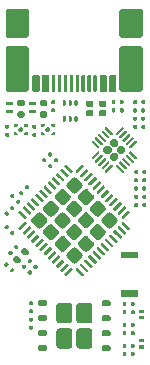
<source format=gbr>
G04 #@! TF.GenerationSoftware,KiCad,Pcbnew,5.1.9-1.fc33*
G04 #@! TF.CreationDate,2021-04-25T00:59:44+02:00*
G04 #@! TF.ProjectId,reDIP-SID,72654449-502d-4534-9944-2e6b69636164,0.2*
G04 #@! TF.SameCoordinates,PX5e28010PY8011a50*
G04 #@! TF.FileFunction,Paste,Top*
G04 #@! TF.FilePolarity,Positive*
%FSLAX46Y46*%
G04 Gerber Fmt 4.6, Leading zero omitted, Abs format (unit mm)*
G04 Created by KiCad (PCBNEW 5.1.9-1.fc33) date 2021-04-25 00:59:44*
%MOMM*%
%LPD*%
G01*
G04 APERTURE LIST*
%ADD10C,0.100000*%
G04 APERTURE END LIST*
G36*
G01*
X11050000Y26600000D02*
X11550000Y26600000D01*
G75*
G02*
X11600000Y26550000I0J-50000D01*
G01*
X11600000Y26150000D01*
G75*
G02*
X11550000Y26100000I-50000J0D01*
G01*
X11050000Y26100000D01*
G75*
G02*
X11000000Y26150000I0J50000D01*
G01*
X11000000Y26550000D01*
G75*
G02*
X11050000Y26600000I50000J0D01*
G01*
G37*
G36*
G01*
X9950000Y26600000D02*
X10450000Y26600000D01*
G75*
G02*
X10500000Y26550000I0J-50000D01*
G01*
X10500000Y26150000D01*
G75*
G02*
X10450000Y26100000I-50000J0D01*
G01*
X9950000Y26100000D01*
G75*
G02*
X9900000Y26150000I0J50000D01*
G01*
X9900000Y26550000D01*
G75*
G02*
X9950000Y26600000I50000J0D01*
G01*
G37*
G36*
G01*
X9950000Y27400000D02*
X10450000Y27400000D01*
G75*
G02*
X10500000Y27350000I0J-50000D01*
G01*
X10500000Y26950000D01*
G75*
G02*
X10450000Y26900000I-50000J0D01*
G01*
X9950000Y26900000D01*
G75*
G02*
X9900000Y26950000I0J50000D01*
G01*
X9900000Y27350000D01*
G75*
G02*
X9950000Y27400000I50000J0D01*
G01*
G37*
G36*
G01*
X11050000Y27400000D02*
X11550000Y27400000D01*
G75*
G02*
X11600000Y27350000I0J-50000D01*
G01*
X11600000Y26950000D01*
G75*
G02*
X11550000Y26900000I-50000J0D01*
G01*
X11050000Y26900000D01*
G75*
G02*
X11000000Y26950000I0J50000D01*
G01*
X11000000Y27350000D01*
G75*
G02*
X11050000Y27400000I50000J0D01*
G01*
G37*
G36*
G01*
X14255000Y14070000D02*
X12865000Y14070000D01*
G75*
G02*
X12810000Y14125000I0J55000D01*
G01*
X12810000Y14565000D01*
G75*
G02*
X12865000Y14620000I55000J0D01*
G01*
X14255000Y14620000D01*
G75*
G02*
X14310000Y14565000I0J-55000D01*
G01*
X14310000Y14125000D01*
G75*
G02*
X14255000Y14070000I-55000J0D01*
G01*
G37*
G36*
G01*
X14255000Y10820000D02*
X12865000Y10820000D01*
G75*
G02*
X12810000Y10875000I0J55000D01*
G01*
X12810000Y11315000D01*
G75*
G02*
X12865000Y11370000I55000J0D01*
G01*
X14255000Y11370000D01*
G75*
G02*
X14310000Y11315000I0J-55000D01*
G01*
X14310000Y10875000D01*
G75*
G02*
X14255000Y10820000I-55000J0D01*
G01*
G37*
G36*
G01*
X3819542Y19302586D02*
X3677414Y19160458D01*
G75*
G02*
X3564984Y19160458I-56215J56215D01*
G01*
X3452554Y19272888D01*
G75*
G02*
X3452554Y19385318I56215J56215D01*
G01*
X3594682Y19527446D01*
G75*
G02*
X3707112Y19527446I56215J-56215D01*
G01*
X3819542Y19415016D01*
G75*
G02*
X3819542Y19302586I-56215J-56215D01*
G01*
G37*
G36*
G01*
X4307446Y18814682D02*
X4165318Y18672554D01*
G75*
G02*
X4052888Y18672554I-56215J56215D01*
G01*
X3940458Y18784984D01*
G75*
G02*
X3940458Y18897414I56215J56215D01*
G01*
X4082586Y19039542D01*
G75*
G02*
X4195016Y19039542I56215J-56215D01*
G01*
X4307446Y18927112D01*
G75*
G02*
X4307446Y18814682I-56215J-56215D01*
G01*
G37*
G36*
G01*
X3319542Y16662586D02*
X3177414Y16520458D01*
G75*
G02*
X3064984Y16520458I-56215J56215D01*
G01*
X2952554Y16632888D01*
G75*
G02*
X2952554Y16745318I56215J56215D01*
G01*
X3094682Y16887446D01*
G75*
G02*
X3207112Y16887446I56215J-56215D01*
G01*
X3319542Y16775016D01*
G75*
G02*
X3319542Y16662586I-56215J-56215D01*
G01*
G37*
G36*
G01*
X3807446Y16174682D02*
X3665318Y16032554D01*
G75*
G02*
X3552888Y16032554I-56215J56215D01*
G01*
X3440458Y16144984D01*
G75*
G02*
X3440458Y16257414I56215J56215D01*
G01*
X3582586Y16399542D01*
G75*
G02*
X3695016Y16399542I56215J-56215D01*
G01*
X3807446Y16287112D01*
G75*
G02*
X3807446Y16174682I-56215J-56215D01*
G01*
G37*
G36*
G01*
X6387414Y22569542D02*
X6529542Y22427414D01*
G75*
G02*
X6529542Y22314984I-56215J-56215D01*
G01*
X6417112Y22202554D01*
G75*
G02*
X6304682Y22202554I-56215J56215D01*
G01*
X6162554Y22344682D01*
G75*
G02*
X6162554Y22457112I56215J56215D01*
G01*
X6274984Y22569542D01*
G75*
G02*
X6387414Y22569542I56215J-56215D01*
G01*
G37*
G36*
G01*
X6875318Y23057446D02*
X7017446Y22915318D01*
G75*
G02*
X7017446Y22802888I-56215J-56215D01*
G01*
X6905016Y22690458D01*
G75*
G02*
X6792586Y22690458I-56215J56215D01*
G01*
X6650458Y22832586D01*
G75*
G02*
X6650458Y22945016I56215J56215D01*
G01*
X6762888Y23057446D01*
G75*
G02*
X6875318Y23057446I56215J-56215D01*
G01*
G37*
G36*
G01*
X14710000Y35020000D02*
X14710000Y32920000D01*
G75*
G02*
X14510000Y32720000I-200000J0D01*
G01*
X12910000Y32720000D01*
G75*
G02*
X12710000Y32920000I0J200000D01*
G01*
X12710000Y35020000D01*
G75*
G02*
X12910000Y35220000I200000J0D01*
G01*
X14510000Y35220000D01*
G75*
G02*
X14710000Y35020000I0J-200000D01*
G01*
G37*
G36*
G01*
X5070000Y35020000D02*
X5070000Y32920000D01*
G75*
G02*
X4870000Y32720000I-200000J0D01*
G01*
X3270000Y32720000D01*
G75*
G02*
X3070000Y32920000I0J200000D01*
G01*
X3070000Y35020000D01*
G75*
G02*
X3270000Y35220000I200000J0D01*
G01*
X4870000Y35220000D01*
G75*
G02*
X5070000Y35020000I0J-200000D01*
G01*
G37*
G36*
G01*
X14710000Y31850000D02*
X14710000Y28350000D01*
G75*
G02*
X14510000Y28150000I-200000J0D01*
G01*
X12910000Y28150000D01*
G75*
G02*
X12710000Y28350000I0J200000D01*
G01*
X12710000Y31850000D01*
G75*
G02*
X12910000Y32050000I200000J0D01*
G01*
X14510000Y32050000D01*
G75*
G02*
X14710000Y31850000I0J-200000D01*
G01*
G37*
G36*
G01*
X5070000Y31850000D02*
X5070000Y28350000D01*
G75*
G02*
X4870000Y28150000I-200000J0D01*
G01*
X3270000Y28150000D01*
G75*
G02*
X3070000Y28350000I0J200000D01*
G01*
X3070000Y31850000D01*
G75*
G02*
X3270000Y32050000I200000J0D01*
G01*
X4870000Y32050000D01*
G75*
G02*
X5070000Y31850000I0J-200000D01*
G01*
G37*
G36*
G01*
X5940000Y29525000D02*
X5940000Y28225000D01*
G75*
G02*
X5865000Y28150000I-75000J0D01*
G01*
X5415000Y28150000D01*
G75*
G02*
X5340000Y28225000I0J75000D01*
G01*
X5340000Y29525000D01*
G75*
G02*
X5415000Y29600000I75000J0D01*
G01*
X5865000Y29600000D01*
G75*
G02*
X5940000Y29525000I0J-75000D01*
G01*
G37*
G36*
G01*
X6740000Y29525000D02*
X6740000Y28225000D01*
G75*
G02*
X6665000Y28150000I-75000J0D01*
G01*
X6215000Y28150000D01*
G75*
G02*
X6140000Y28225000I0J75000D01*
G01*
X6140000Y29525000D01*
G75*
G02*
X6215000Y29600000I75000J0D01*
G01*
X6665000Y29600000D01*
G75*
G02*
X6740000Y29525000I0J-75000D01*
G01*
G37*
G36*
G01*
X11640000Y29525000D02*
X11640000Y28225000D01*
G75*
G02*
X11565000Y28150000I-75000J0D01*
G01*
X11115000Y28150000D01*
G75*
G02*
X11040000Y28225000I0J75000D01*
G01*
X11040000Y29525000D01*
G75*
G02*
X11115000Y29600000I75000J0D01*
G01*
X11565000Y29600000D01*
G75*
G02*
X11640000Y29525000I0J-75000D01*
G01*
G37*
G36*
G01*
X12440000Y29525000D02*
X12440000Y28225000D01*
G75*
G02*
X12365000Y28150000I-75000J0D01*
G01*
X11915000Y28150000D01*
G75*
G02*
X11840000Y28225000I0J75000D01*
G01*
X11840000Y29525000D01*
G75*
G02*
X11915000Y29600000I75000J0D01*
G01*
X12365000Y29600000D01*
G75*
G02*
X12440000Y29525000I0J-75000D01*
G01*
G37*
G36*
G01*
X12440000Y29525000D02*
X12440000Y28225000D01*
G75*
G02*
X12365000Y28150000I-75000J0D01*
G01*
X11915000Y28150000D01*
G75*
G02*
X11840000Y28225000I0J75000D01*
G01*
X11840000Y29525000D01*
G75*
G02*
X11915000Y29600000I75000J0D01*
G01*
X12365000Y29600000D01*
G75*
G02*
X12440000Y29525000I0J-75000D01*
G01*
G37*
G36*
G01*
X11640000Y29525000D02*
X11640000Y28225000D01*
G75*
G02*
X11565000Y28150000I-75000J0D01*
G01*
X11115000Y28150000D01*
G75*
G02*
X11040000Y28225000I0J75000D01*
G01*
X11040000Y29525000D01*
G75*
G02*
X11115000Y29600000I75000J0D01*
G01*
X11565000Y29600000D01*
G75*
G02*
X11640000Y29525000I0J-75000D01*
G01*
G37*
G36*
G01*
X6740000Y29525000D02*
X6740000Y28225000D01*
G75*
G02*
X6665000Y28150000I-75000J0D01*
G01*
X6215000Y28150000D01*
G75*
G02*
X6140000Y28225000I0J75000D01*
G01*
X6140000Y29525000D01*
G75*
G02*
X6215000Y29600000I75000J0D01*
G01*
X6665000Y29600000D01*
G75*
G02*
X6740000Y29525000I0J-75000D01*
G01*
G37*
G36*
G01*
X5940000Y29525000D02*
X5940000Y28225000D01*
G75*
G02*
X5865000Y28150000I-75000J0D01*
G01*
X5415000Y28150000D01*
G75*
G02*
X5340000Y28225000I0J75000D01*
G01*
X5340000Y29525000D01*
G75*
G02*
X5415000Y29600000I75000J0D01*
G01*
X5865000Y29600000D01*
G75*
G02*
X5940000Y29525000I0J-75000D01*
G01*
G37*
G36*
G01*
X10790000Y29525000D02*
X10790000Y28225000D01*
G75*
G02*
X10715000Y28150000I-75000J0D01*
G01*
X10565000Y28150000D01*
G75*
G02*
X10490000Y28225000I0J75000D01*
G01*
X10490000Y29525000D01*
G75*
G02*
X10565000Y29600000I75000J0D01*
G01*
X10715000Y29600000D01*
G75*
G02*
X10790000Y29525000I0J-75000D01*
G01*
G37*
G36*
G01*
X10290000Y29525000D02*
X10290000Y28225000D01*
G75*
G02*
X10215000Y28150000I-75000J0D01*
G01*
X10065000Y28150000D01*
G75*
G02*
X9990000Y28225000I0J75000D01*
G01*
X9990000Y29525000D01*
G75*
G02*
X10065000Y29600000I75000J0D01*
G01*
X10215000Y29600000D01*
G75*
G02*
X10290000Y29525000I0J-75000D01*
G01*
G37*
G36*
G01*
X9790000Y29525000D02*
X9790000Y28225000D01*
G75*
G02*
X9715000Y28150000I-75000J0D01*
G01*
X9565000Y28150000D01*
G75*
G02*
X9490000Y28225000I0J75000D01*
G01*
X9490000Y29525000D01*
G75*
G02*
X9565000Y29600000I75000J0D01*
G01*
X9715000Y29600000D01*
G75*
G02*
X9790000Y29525000I0J-75000D01*
G01*
G37*
G36*
G01*
X8790000Y29525000D02*
X8790000Y28225000D01*
G75*
G02*
X8715000Y28150000I-75000J0D01*
G01*
X8565000Y28150000D01*
G75*
G02*
X8490000Y28225000I0J75000D01*
G01*
X8490000Y29525000D01*
G75*
G02*
X8565000Y29600000I75000J0D01*
G01*
X8715000Y29600000D01*
G75*
G02*
X8790000Y29525000I0J-75000D01*
G01*
G37*
G36*
G01*
X8290000Y29525000D02*
X8290000Y28225000D01*
G75*
G02*
X8215000Y28150000I-75000J0D01*
G01*
X8065000Y28150000D01*
G75*
G02*
X7990000Y28225000I0J75000D01*
G01*
X7990000Y29525000D01*
G75*
G02*
X8065000Y29600000I75000J0D01*
G01*
X8215000Y29600000D01*
G75*
G02*
X8290000Y29525000I0J-75000D01*
G01*
G37*
G36*
G01*
X7790000Y29525000D02*
X7790000Y28225000D01*
G75*
G02*
X7715000Y28150000I-75000J0D01*
G01*
X7565000Y28150000D01*
G75*
G02*
X7490000Y28225000I0J75000D01*
G01*
X7490000Y29525000D01*
G75*
G02*
X7565000Y29600000I75000J0D01*
G01*
X7715000Y29600000D01*
G75*
G02*
X7790000Y29525000I0J-75000D01*
G01*
G37*
G36*
G01*
X7290000Y29525000D02*
X7290000Y28225000D01*
G75*
G02*
X7215000Y28150000I-75000J0D01*
G01*
X7065000Y28150000D01*
G75*
G02*
X6990000Y28225000I0J75000D01*
G01*
X6990000Y29525000D01*
G75*
G02*
X7065000Y29600000I75000J0D01*
G01*
X7215000Y29600000D01*
G75*
G02*
X7290000Y29525000I0J-75000D01*
G01*
G37*
G36*
G01*
X9290000Y29525000D02*
X9290000Y28225000D01*
G75*
G02*
X9215000Y28150000I-75000J0D01*
G01*
X9065000Y28150000D01*
G75*
G02*
X8990000Y28225000I0J75000D01*
G01*
X8990000Y29525000D01*
G75*
G02*
X9065000Y29600000I75000J0D01*
G01*
X9215000Y29600000D01*
G75*
G02*
X9290000Y29525000I0J-75000D01*
G01*
G37*
G36*
G01*
X14752500Y9455000D02*
X14407500Y9455000D01*
G75*
G02*
X14380000Y9482500I0J27500D01*
G01*
X14380000Y9702500D01*
G75*
G02*
X14407500Y9730000I27500J0D01*
G01*
X14752500Y9730000D01*
G75*
G02*
X14780000Y9702500I0J-27500D01*
G01*
X14780000Y9482500D01*
G75*
G02*
X14752500Y9455000I-27500J0D01*
G01*
G37*
G36*
G01*
X14752500Y8930000D02*
X14407500Y8930000D01*
G75*
G02*
X14380000Y8957500I0J27500D01*
G01*
X14380000Y9177500D01*
G75*
G02*
X14407500Y9205000I27500J0D01*
G01*
X14752500Y9205000D01*
G75*
G02*
X14780000Y9177500I0J-27500D01*
G01*
X14780000Y8957500D01*
G75*
G02*
X14752500Y8930000I-27500J0D01*
G01*
G37*
G36*
G01*
X14407500Y6705000D02*
X14752500Y6705000D01*
G75*
G02*
X14780000Y6677500I0J-27500D01*
G01*
X14780000Y6457500D01*
G75*
G02*
X14752500Y6430000I-27500J0D01*
G01*
X14407500Y6430000D01*
G75*
G02*
X14380000Y6457500I0J27500D01*
G01*
X14380000Y6677500D01*
G75*
G02*
X14407500Y6705000I27500J0D01*
G01*
G37*
G36*
G01*
X14407500Y7230000D02*
X14752500Y7230000D01*
G75*
G02*
X14780000Y7202500I0J-27500D01*
G01*
X14780000Y6982500D01*
G75*
G02*
X14752500Y6955000I-27500J0D01*
G01*
X14407500Y6955000D01*
G75*
G02*
X14380000Y6982500I0J27500D01*
G01*
X14380000Y7202500D01*
G75*
G02*
X14407500Y7230000I27500J0D01*
G01*
G37*
G36*
G01*
X12986000Y10099500D02*
X12986000Y10300500D01*
G75*
G02*
X13065500Y10380000I79500J0D01*
G01*
X13224500Y10380000D01*
G75*
G02*
X13304000Y10300500I0J-79500D01*
G01*
X13304000Y10099500D01*
G75*
G02*
X13224500Y10020000I-79500J0D01*
G01*
X13065500Y10020000D01*
G75*
G02*
X12986000Y10099500I0J79500D01*
G01*
G37*
G36*
G01*
X13676000Y10099500D02*
X13676000Y10300500D01*
G75*
G02*
X13755500Y10380000I79500J0D01*
G01*
X13914500Y10380000D01*
G75*
G02*
X13994000Y10300500I0J-79500D01*
G01*
X13994000Y10099500D01*
G75*
G02*
X13914500Y10020000I-79500J0D01*
G01*
X13755500Y10020000D01*
G75*
G02*
X13676000Y10099500I0J79500D01*
G01*
G37*
G36*
G01*
X7292586Y22200458D02*
X7150458Y22342586D01*
G75*
G02*
X7150458Y22455016I56215J56215D01*
G01*
X7262888Y22567446D01*
G75*
G02*
X7375318Y22567446I56215J-56215D01*
G01*
X7517446Y22425318D01*
G75*
G02*
X7517446Y22312888I-56215J-56215D01*
G01*
X7405016Y22200458D01*
G75*
G02*
X7292586Y22200458I-56215J56215D01*
G01*
G37*
G36*
G01*
X6804682Y21712554D02*
X6662554Y21854682D01*
G75*
G02*
X6662554Y21967112I56215J56215D01*
G01*
X6774984Y22079542D01*
G75*
G02*
X6887414Y22079542I56215J-56215D01*
G01*
X7029542Y21937414D01*
G75*
G02*
X7029542Y21824984I-56215J-56215D01*
G01*
X6917112Y21712554D01*
G75*
G02*
X6804682Y21712554I-56215J56215D01*
G01*
G37*
G36*
G01*
X9055000Y6669997D02*
X9055000Y7900003D01*
G75*
G02*
X9304997Y8150000I249997J0D01*
G01*
X10175003Y8150000D01*
G75*
G02*
X10425000Y7900003I0J-249997D01*
G01*
X10425000Y6669997D01*
G75*
G02*
X10175003Y6420000I-249997J0D01*
G01*
X9304997Y6420000D01*
G75*
G02*
X9055000Y6669997I0J249997D01*
G01*
G37*
G36*
G01*
X9055000Y8819997D02*
X9055000Y10050003D01*
G75*
G02*
X9304997Y10300000I249997J0D01*
G01*
X10175003Y10300000D01*
G75*
G02*
X10425000Y10050003I0J-249997D01*
G01*
X10425000Y8819997D01*
G75*
G02*
X10175003Y8570000I-249997J0D01*
G01*
X9304997Y8570000D01*
G75*
G02*
X9055000Y8819997I0J249997D01*
G01*
G37*
G36*
G01*
X7355000Y6669997D02*
X7355000Y7900003D01*
G75*
G02*
X7604997Y8150000I249997J0D01*
G01*
X8475003Y8150000D01*
G75*
G02*
X8725000Y7900003I0J-249997D01*
G01*
X8725000Y6669997D01*
G75*
G02*
X8475003Y6420000I-249997J0D01*
G01*
X7604997Y6420000D01*
G75*
G02*
X7355000Y6669997I0J249997D01*
G01*
G37*
G36*
G01*
X7355000Y8819997D02*
X7355000Y10050003D01*
G75*
G02*
X7604997Y10300000I249997J0D01*
G01*
X8475003Y10300000D01*
G75*
G02*
X8725000Y10050003I0J-249997D01*
G01*
X8725000Y8819997D01*
G75*
G02*
X8475003Y8570000I-249997J0D01*
G01*
X7604997Y8570000D01*
G75*
G02*
X7355000Y8819997I0J249997D01*
G01*
G37*
G36*
G01*
X11215000Y10140000D02*
X11215000Y10390000D01*
G75*
G02*
X11340000Y10515000I125000J0D01*
G01*
X11840000Y10515000D01*
G75*
G02*
X11965000Y10390000I0J-125000D01*
G01*
X11965000Y10140000D01*
G75*
G02*
X11840000Y10015000I-125000J0D01*
G01*
X11340000Y10015000D01*
G75*
G02*
X11215000Y10140000I0J125000D01*
G01*
G37*
G36*
G01*
X11215000Y8870000D02*
X11215000Y9120000D01*
G75*
G02*
X11340000Y9245000I125000J0D01*
G01*
X11840000Y9245000D01*
G75*
G02*
X11965000Y9120000I0J-125000D01*
G01*
X11965000Y8870000D01*
G75*
G02*
X11840000Y8745000I-125000J0D01*
G01*
X11340000Y8745000D01*
G75*
G02*
X11215000Y8870000I0J125000D01*
G01*
G37*
G36*
G01*
X11215000Y7600000D02*
X11215000Y7850000D01*
G75*
G02*
X11340000Y7975000I125000J0D01*
G01*
X11840000Y7975000D01*
G75*
G02*
X11965000Y7850000I0J-125000D01*
G01*
X11965000Y7600000D01*
G75*
G02*
X11840000Y7475000I-125000J0D01*
G01*
X11340000Y7475000D01*
G75*
G02*
X11215000Y7600000I0J125000D01*
G01*
G37*
G36*
G01*
X11215000Y6330000D02*
X11215000Y6580000D01*
G75*
G02*
X11340000Y6705000I125000J0D01*
G01*
X11840000Y6705000D01*
G75*
G02*
X11965000Y6580000I0J-125000D01*
G01*
X11965000Y6330000D01*
G75*
G02*
X11840000Y6205000I-125000J0D01*
G01*
X11340000Y6205000D01*
G75*
G02*
X11215000Y6330000I0J125000D01*
G01*
G37*
G36*
G01*
X5815000Y6330000D02*
X5815000Y6580000D01*
G75*
G02*
X5940000Y6705000I125000J0D01*
G01*
X6440000Y6705000D01*
G75*
G02*
X6565000Y6580000I0J-125000D01*
G01*
X6565000Y6330000D01*
G75*
G02*
X6440000Y6205000I-125000J0D01*
G01*
X5940000Y6205000D01*
G75*
G02*
X5815000Y6330000I0J125000D01*
G01*
G37*
G36*
G01*
X5815000Y7600000D02*
X5815000Y7850000D01*
G75*
G02*
X5940000Y7975000I125000J0D01*
G01*
X6440000Y7975000D01*
G75*
G02*
X6565000Y7850000I0J-125000D01*
G01*
X6565000Y7600000D01*
G75*
G02*
X6440000Y7475000I-125000J0D01*
G01*
X5940000Y7475000D01*
G75*
G02*
X5815000Y7600000I0J125000D01*
G01*
G37*
G36*
G01*
X5815000Y8870000D02*
X5815000Y9120000D01*
G75*
G02*
X5940000Y9245000I125000J0D01*
G01*
X6440000Y9245000D01*
G75*
G02*
X6565000Y9120000I0J-125000D01*
G01*
X6565000Y8870000D01*
G75*
G02*
X6440000Y8745000I-125000J0D01*
G01*
X5940000Y8745000D01*
G75*
G02*
X5815000Y8870000I0J125000D01*
G01*
G37*
G36*
G01*
X5815000Y10140000D02*
X5815000Y10390000D01*
G75*
G02*
X5940000Y10515000I125000J0D01*
G01*
X6440000Y10515000D01*
G75*
G02*
X6565000Y10390000I0J-125000D01*
G01*
X6565000Y10140000D01*
G75*
G02*
X6440000Y10015000I-125000J0D01*
G01*
X5940000Y10015000D01*
G75*
G02*
X5815000Y10140000I0J125000D01*
G01*
G37*
G36*
G01*
X12986000Y5859500D02*
X12986000Y6060500D01*
G75*
G02*
X13065500Y6140000I79500J0D01*
G01*
X13224500Y6140000D01*
G75*
G02*
X13304000Y6060500I0J-79500D01*
G01*
X13304000Y5859500D01*
G75*
G02*
X13224500Y5780000I-79500J0D01*
G01*
X13065500Y5780000D01*
G75*
G02*
X12986000Y5859500I0J79500D01*
G01*
G37*
G36*
G01*
X13676000Y5859500D02*
X13676000Y6060500D01*
G75*
G02*
X13755500Y6140000I79500J0D01*
G01*
X13914500Y6140000D01*
G75*
G02*
X13994000Y6060500I0J-79500D01*
G01*
X13994000Y5859500D01*
G75*
G02*
X13914500Y5780000I-79500J0D01*
G01*
X13755500Y5780000D01*
G75*
G02*
X13676000Y5859500I0J79500D01*
G01*
G37*
G36*
G01*
X6596260Y24755040D02*
X6435040Y24916260D01*
G75*
G02*
X6435040Y25023740I53740J53740D01*
G01*
X6596260Y25184960D01*
G75*
G02*
X6703740Y25184960I53740J-53740D01*
G01*
X6864960Y25023740D01*
G75*
G02*
X6864960Y24916260I-53740J-53740D01*
G01*
X6703740Y24755040D01*
G75*
G02*
X6596260Y24755040I-53740J53740D01*
G01*
G37*
D10*
G36*
X7050000Y25170000D02*
G01*
X6900000Y25320000D01*
X6900000Y25420000D01*
X7250000Y25420000D01*
X7250000Y25170000D01*
X7050000Y25170000D01*
G37*
G36*
X7050000Y24770000D02*
G01*
X7250000Y24770000D01*
X7250000Y24520000D01*
X6900000Y24520000D01*
X6900000Y24620000D01*
X7050000Y24770000D01*
G37*
G36*
X6250000Y25170000D02*
G01*
X6050000Y25170000D01*
X6050000Y25420000D01*
X6400000Y25420000D01*
X6400000Y25320000D01*
X6250000Y25170000D01*
G37*
G36*
X6250000Y24770000D02*
G01*
X6400000Y24620000D01*
X6400000Y24520000D01*
X6050000Y24520000D01*
X6050000Y24770000D01*
X6250000Y24770000D01*
G37*
G36*
G01*
X4296260Y24755040D02*
X4135040Y24916260D01*
G75*
G02*
X4135040Y25023740I53740J53740D01*
G01*
X4296260Y25184960D01*
G75*
G02*
X4403740Y25184960I53740J-53740D01*
G01*
X4564960Y25023740D01*
G75*
G02*
X4564960Y24916260I-53740J-53740D01*
G01*
X4403740Y24755040D01*
G75*
G02*
X4296260Y24755040I-53740J53740D01*
G01*
G37*
G36*
X4750000Y25170000D02*
G01*
X4600000Y25320000D01*
X4600000Y25420000D01*
X4950000Y25420000D01*
X4950000Y25170000D01*
X4750000Y25170000D01*
G37*
G36*
X4750000Y24770000D02*
G01*
X4950000Y24770000D01*
X4950000Y24520000D01*
X4600000Y24520000D01*
X4600000Y24620000D01*
X4750000Y24770000D01*
G37*
G36*
X3950000Y25170000D02*
G01*
X3750000Y25170000D01*
X3750000Y25420000D01*
X4100000Y25420000D01*
X4100000Y25320000D01*
X3950000Y25170000D01*
G37*
G36*
X3950000Y24770000D02*
G01*
X4100000Y24620000D01*
X4100000Y24520000D01*
X3750000Y24520000D01*
X3750000Y24770000D01*
X3950000Y24770000D01*
G37*
G36*
G01*
X6096929Y17902254D02*
X6542406Y17456777D01*
G75*
G02*
X6542406Y17103223I-176777J-176777D01*
G01*
X6096929Y16657746D01*
G75*
G02*
X5743375Y16657746I-176777J176777D01*
G01*
X5297898Y17103223D01*
G75*
G02*
X5297898Y17456777I176777J176777D01*
G01*
X5743375Y17902254D01*
G75*
G02*
X6096929Y17902254I176777J-176777D01*
G01*
G37*
G36*
G01*
X7086878Y16912305D02*
X7532355Y16466828D01*
G75*
G02*
X7532355Y16113274I-176777J-176777D01*
G01*
X7086878Y15667797D01*
G75*
G02*
X6733324Y15667797I-176777J176777D01*
G01*
X6287847Y16113274D01*
G75*
G02*
X6287847Y16466828I176777J176777D01*
G01*
X6733324Y16912305D01*
G75*
G02*
X7086878Y16912305I176777J-176777D01*
G01*
G37*
G36*
G01*
X8076828Y15922355D02*
X8522305Y15476878D01*
G75*
G02*
X8522305Y15123324I-176777J-176777D01*
G01*
X8076828Y14677847D01*
G75*
G02*
X7723274Y14677847I-176777J176777D01*
G01*
X7277797Y15123324D01*
G75*
G02*
X7277797Y15476878I176777J176777D01*
G01*
X7723274Y15922355D01*
G75*
G02*
X8076828Y15922355I176777J-176777D01*
G01*
G37*
G36*
G01*
X9066777Y14932406D02*
X9512254Y14486929D01*
G75*
G02*
X9512254Y14133375I-176777J-176777D01*
G01*
X9066777Y13687898D01*
G75*
G02*
X8713223Y13687898I-176777J176777D01*
G01*
X8267746Y14133375D01*
G75*
G02*
X8267746Y14486929I176777J176777D01*
G01*
X8713223Y14932406D01*
G75*
G02*
X9066777Y14932406I176777J-176777D01*
G01*
G37*
G36*
G01*
X7086878Y18892203D02*
X7532355Y18446726D01*
G75*
G02*
X7532355Y18093172I-176777J-176777D01*
G01*
X7086878Y17647695D01*
G75*
G02*
X6733324Y17647695I-176777J176777D01*
G01*
X6287847Y18093172D01*
G75*
G02*
X6287847Y18446726I176777J176777D01*
G01*
X6733324Y18892203D01*
G75*
G02*
X7086878Y18892203I176777J-176777D01*
G01*
G37*
G36*
G01*
X8076828Y17902254D02*
X8522305Y17456777D01*
G75*
G02*
X8522305Y17103223I-176777J-176777D01*
G01*
X8076828Y16657746D01*
G75*
G02*
X7723274Y16657746I-176777J176777D01*
G01*
X7277797Y17103223D01*
G75*
G02*
X7277797Y17456777I176777J176777D01*
G01*
X7723274Y17902254D01*
G75*
G02*
X8076828Y17902254I176777J-176777D01*
G01*
G37*
G36*
G01*
X9066777Y16912305D02*
X9512254Y16466828D01*
G75*
G02*
X9512254Y16113274I-176777J-176777D01*
G01*
X9066777Y15667797D01*
G75*
G02*
X8713223Y15667797I-176777J176777D01*
G01*
X8267746Y16113274D01*
G75*
G02*
X8267746Y16466828I176777J176777D01*
G01*
X8713223Y16912305D01*
G75*
G02*
X9066777Y16912305I176777J-176777D01*
G01*
G37*
G36*
G01*
X10056726Y15922355D02*
X10502203Y15476878D01*
G75*
G02*
X10502203Y15123324I-176777J-176777D01*
G01*
X10056726Y14677847D01*
G75*
G02*
X9703172Y14677847I-176777J176777D01*
G01*
X9257695Y15123324D01*
G75*
G02*
X9257695Y15476878I176777J176777D01*
G01*
X9703172Y15922355D01*
G75*
G02*
X10056726Y15922355I176777J-176777D01*
G01*
G37*
G36*
G01*
X8076828Y19882153D02*
X8522305Y19436676D01*
G75*
G02*
X8522305Y19083122I-176777J-176777D01*
G01*
X8076828Y18637645D01*
G75*
G02*
X7723274Y18637645I-176777J176777D01*
G01*
X7277797Y19083122D01*
G75*
G02*
X7277797Y19436676I176777J176777D01*
G01*
X7723274Y19882153D01*
G75*
G02*
X8076828Y19882153I176777J-176777D01*
G01*
G37*
G36*
G01*
X9066777Y18892203D02*
X9512254Y18446726D01*
G75*
G02*
X9512254Y18093172I-176777J-176777D01*
G01*
X9066777Y17647695D01*
G75*
G02*
X8713223Y17647695I-176777J176777D01*
G01*
X8267746Y18093172D01*
G75*
G02*
X8267746Y18446726I176777J176777D01*
G01*
X8713223Y18892203D01*
G75*
G02*
X9066777Y18892203I176777J-176777D01*
G01*
G37*
G36*
G01*
X10056726Y17902254D02*
X10502203Y17456777D01*
G75*
G02*
X10502203Y17103223I-176777J-176777D01*
G01*
X10056726Y16657746D01*
G75*
G02*
X9703172Y16657746I-176777J176777D01*
G01*
X9257695Y17103223D01*
G75*
G02*
X9257695Y17456777I176777J176777D01*
G01*
X9703172Y17902254D01*
G75*
G02*
X10056726Y17902254I176777J-176777D01*
G01*
G37*
G36*
G01*
X11046676Y16912305D02*
X11492153Y16466828D01*
G75*
G02*
X11492153Y16113274I-176777J-176777D01*
G01*
X11046676Y15667797D01*
G75*
G02*
X10693122Y15667797I-176777J176777D01*
G01*
X10247645Y16113274D01*
G75*
G02*
X10247645Y16466828I176777J176777D01*
G01*
X10693122Y16912305D01*
G75*
G02*
X11046676Y16912305I176777J-176777D01*
G01*
G37*
G36*
G01*
X9066777Y20872102D02*
X9512254Y20426625D01*
G75*
G02*
X9512254Y20073071I-176777J-176777D01*
G01*
X9066777Y19627594D01*
G75*
G02*
X8713223Y19627594I-176777J176777D01*
G01*
X8267746Y20073071D01*
G75*
G02*
X8267746Y20426625I176777J176777D01*
G01*
X8713223Y20872102D01*
G75*
G02*
X9066777Y20872102I176777J-176777D01*
G01*
G37*
G36*
G01*
X10056726Y19882153D02*
X10502203Y19436676D01*
G75*
G02*
X10502203Y19083122I-176777J-176777D01*
G01*
X10056726Y18637645D01*
G75*
G02*
X9703172Y18637645I-176777J176777D01*
G01*
X9257695Y19083122D01*
G75*
G02*
X9257695Y19436676I176777J176777D01*
G01*
X9703172Y19882153D01*
G75*
G02*
X10056726Y19882153I176777J-176777D01*
G01*
G37*
G36*
G01*
X11046676Y18892203D02*
X11492153Y18446726D01*
G75*
G02*
X11492153Y18093172I-176777J-176777D01*
G01*
X11046676Y17647695D01*
G75*
G02*
X10693122Y17647695I-176777J176777D01*
G01*
X10247645Y18093172D01*
G75*
G02*
X10247645Y18446726I176777J176777D01*
G01*
X10693122Y18892203D01*
G75*
G02*
X11046676Y18892203I176777J-176777D01*
G01*
G37*
G36*
G01*
X12036625Y17902254D02*
X12482102Y17456777D01*
G75*
G02*
X12482102Y17103223I-176777J-176777D01*
G01*
X12036625Y16657746D01*
G75*
G02*
X11683071Y16657746I-176777J176777D01*
G01*
X11237594Y17103223D01*
G75*
G02*
X11237594Y17456777I176777J176777D01*
G01*
X11683071Y17902254D01*
G75*
G02*
X12036625Y17902254I176777J-176777D01*
G01*
G37*
G36*
G01*
X13088446Y17147417D02*
X13618776Y16617087D01*
G75*
G02*
X13618776Y16528699I-44194J-44194D01*
G01*
X13530388Y16440311D01*
G75*
G02*
X13442000Y16440311I-44194J44194D01*
G01*
X12911670Y16970641D01*
G75*
G02*
X12911670Y17059029I44194J44194D01*
G01*
X13000058Y17147417D01*
G75*
G02*
X13088446Y17147417I44194J-44194D01*
G01*
G37*
G36*
G01*
X12734893Y16793864D02*
X13265223Y16263534D01*
G75*
G02*
X13265223Y16175146I-44194J-44194D01*
G01*
X13176835Y16086758D01*
G75*
G02*
X13088447Y16086758I-44194J44194D01*
G01*
X12558117Y16617088D01*
G75*
G02*
X12558117Y16705476I44194J44194D01*
G01*
X12646505Y16793864D01*
G75*
G02*
X12734893Y16793864I44194J-44194D01*
G01*
G37*
G36*
G01*
X12381339Y16440310D02*
X12911669Y15909980D01*
G75*
G02*
X12911669Y15821592I-44194J-44194D01*
G01*
X12823281Y15733204D01*
G75*
G02*
X12734893Y15733204I-44194J44194D01*
G01*
X12204563Y16263534D01*
G75*
G02*
X12204563Y16351922I44194J44194D01*
G01*
X12292951Y16440310D01*
G75*
G02*
X12381339Y16440310I44194J-44194D01*
G01*
G37*
G36*
G01*
X12027786Y16086757D02*
X12558116Y15556427D01*
G75*
G02*
X12558116Y15468039I-44194J-44194D01*
G01*
X12469728Y15379651D01*
G75*
G02*
X12381340Y15379651I-44194J44194D01*
G01*
X11851010Y15909981D01*
G75*
G02*
X11851010Y15998369I44194J44194D01*
G01*
X11939398Y16086757D01*
G75*
G02*
X12027786Y16086757I44194J-44194D01*
G01*
G37*
G36*
G01*
X11674233Y15733204D02*
X12204563Y15202874D01*
G75*
G02*
X12204563Y15114486I-44194J-44194D01*
G01*
X12116175Y15026098D01*
G75*
G02*
X12027787Y15026098I-44194J44194D01*
G01*
X11497457Y15556428D01*
G75*
G02*
X11497457Y15644816I44194J44194D01*
G01*
X11585845Y15733204D01*
G75*
G02*
X11674233Y15733204I44194J-44194D01*
G01*
G37*
G36*
G01*
X11320679Y15379650D02*
X11851009Y14849320D01*
G75*
G02*
X11851009Y14760932I-44194J-44194D01*
G01*
X11762621Y14672544D01*
G75*
G02*
X11674233Y14672544I-44194J44194D01*
G01*
X11143903Y15202874D01*
G75*
G02*
X11143903Y15291262I44194J44194D01*
G01*
X11232291Y15379650D01*
G75*
G02*
X11320679Y15379650I44194J-44194D01*
G01*
G37*
G36*
G01*
X10967126Y15026097D02*
X11497456Y14495767D01*
G75*
G02*
X11497456Y14407379I-44194J-44194D01*
G01*
X11409068Y14318991D01*
G75*
G02*
X11320680Y14318991I-44194J44194D01*
G01*
X10790350Y14849321D01*
G75*
G02*
X10790350Y14937709I44194J44194D01*
G01*
X10878738Y15026097D01*
G75*
G02*
X10967126Y15026097I44194J-44194D01*
G01*
G37*
G36*
G01*
X10613572Y14672543D02*
X11143902Y14142213D01*
G75*
G02*
X11143902Y14053825I-44194J-44194D01*
G01*
X11055514Y13965437D01*
G75*
G02*
X10967126Y13965437I-44194J44194D01*
G01*
X10436796Y14495767D01*
G75*
G02*
X10436796Y14584155I44194J44194D01*
G01*
X10525184Y14672543D01*
G75*
G02*
X10613572Y14672543I44194J-44194D01*
G01*
G37*
G36*
G01*
X10260019Y14318990D02*
X10790349Y13788660D01*
G75*
G02*
X10790349Y13700272I-44194J-44194D01*
G01*
X10701961Y13611884D01*
G75*
G02*
X10613573Y13611884I-44194J44194D01*
G01*
X10083243Y14142214D01*
G75*
G02*
X10083243Y14230602I44194J44194D01*
G01*
X10171631Y14318990D01*
G75*
G02*
X10260019Y14318990I44194J-44194D01*
G01*
G37*
G36*
G01*
X9906466Y13965437D02*
X10436796Y13435107D01*
G75*
G02*
X10436796Y13346719I-44194J-44194D01*
G01*
X10348408Y13258331D01*
G75*
G02*
X10260020Y13258331I-44194J44194D01*
G01*
X9729690Y13788661D01*
G75*
G02*
X9729690Y13877049I44194J44194D01*
G01*
X9818078Y13965437D01*
G75*
G02*
X9906466Y13965437I44194J-44194D01*
G01*
G37*
G36*
G01*
X9552912Y13611883D02*
X10083242Y13081553D01*
G75*
G02*
X10083242Y12993165I-44194J-44194D01*
G01*
X9994854Y12904777D01*
G75*
G02*
X9906466Y12904777I-44194J44194D01*
G01*
X9376136Y13435107D01*
G75*
G02*
X9376136Y13523495I44194J44194D01*
G01*
X9464524Y13611883D01*
G75*
G02*
X9552912Y13611883I44194J-44194D01*
G01*
G37*
G36*
G01*
X9199359Y13258330D02*
X9729689Y12728000D01*
G75*
G02*
X9729689Y12639612I-44194J-44194D01*
G01*
X9641301Y12551224D01*
G75*
G02*
X9552913Y12551224I-44194J44194D01*
G01*
X9022583Y13081554D01*
G75*
G02*
X9022583Y13169942I44194J44194D01*
G01*
X9110971Y13258330D01*
G75*
G02*
X9199359Y13258330I44194J-44194D01*
G01*
G37*
G36*
G01*
X8669029Y13258330D02*
X8757417Y13169942D01*
G75*
G02*
X8757417Y13081554I-44194J-44194D01*
G01*
X8227087Y12551224D01*
G75*
G02*
X8138699Y12551224I-44194J44194D01*
G01*
X8050311Y12639612D01*
G75*
G02*
X8050311Y12728000I44194J44194D01*
G01*
X8580641Y13258330D01*
G75*
G02*
X8669029Y13258330I44194J-44194D01*
G01*
G37*
G36*
G01*
X8315476Y13611883D02*
X8403864Y13523495D01*
G75*
G02*
X8403864Y13435107I-44194J-44194D01*
G01*
X7873534Y12904777D01*
G75*
G02*
X7785146Y12904777I-44194J44194D01*
G01*
X7696758Y12993165D01*
G75*
G02*
X7696758Y13081553I44194J44194D01*
G01*
X8227088Y13611883D01*
G75*
G02*
X8315476Y13611883I44194J-44194D01*
G01*
G37*
G36*
G01*
X7961922Y13965437D02*
X8050310Y13877049D01*
G75*
G02*
X8050310Y13788661I-44194J-44194D01*
G01*
X7519980Y13258331D01*
G75*
G02*
X7431592Y13258331I-44194J44194D01*
G01*
X7343204Y13346719D01*
G75*
G02*
X7343204Y13435107I44194J44194D01*
G01*
X7873534Y13965437D01*
G75*
G02*
X7961922Y13965437I44194J-44194D01*
G01*
G37*
G36*
G01*
X7608369Y14318990D02*
X7696757Y14230602D01*
G75*
G02*
X7696757Y14142214I-44194J-44194D01*
G01*
X7166427Y13611884D01*
G75*
G02*
X7078039Y13611884I-44194J44194D01*
G01*
X6989651Y13700272D01*
G75*
G02*
X6989651Y13788660I44194J44194D01*
G01*
X7519981Y14318990D01*
G75*
G02*
X7608369Y14318990I44194J-44194D01*
G01*
G37*
G36*
G01*
X7254816Y14672543D02*
X7343204Y14584155D01*
G75*
G02*
X7343204Y14495767I-44194J-44194D01*
G01*
X6812874Y13965437D01*
G75*
G02*
X6724486Y13965437I-44194J44194D01*
G01*
X6636098Y14053825D01*
G75*
G02*
X6636098Y14142213I44194J44194D01*
G01*
X7166428Y14672543D01*
G75*
G02*
X7254816Y14672543I44194J-44194D01*
G01*
G37*
G36*
G01*
X6901262Y15026097D02*
X6989650Y14937709D01*
G75*
G02*
X6989650Y14849321I-44194J-44194D01*
G01*
X6459320Y14318991D01*
G75*
G02*
X6370932Y14318991I-44194J44194D01*
G01*
X6282544Y14407379D01*
G75*
G02*
X6282544Y14495767I44194J44194D01*
G01*
X6812874Y15026097D01*
G75*
G02*
X6901262Y15026097I44194J-44194D01*
G01*
G37*
G36*
G01*
X6547709Y15379650D02*
X6636097Y15291262D01*
G75*
G02*
X6636097Y15202874I-44194J-44194D01*
G01*
X6105767Y14672544D01*
G75*
G02*
X6017379Y14672544I-44194J44194D01*
G01*
X5928991Y14760932D01*
G75*
G02*
X5928991Y14849320I44194J44194D01*
G01*
X6459321Y15379650D01*
G75*
G02*
X6547709Y15379650I44194J-44194D01*
G01*
G37*
G36*
G01*
X6194155Y15733204D02*
X6282543Y15644816D01*
G75*
G02*
X6282543Y15556428I-44194J-44194D01*
G01*
X5752213Y15026098D01*
G75*
G02*
X5663825Y15026098I-44194J44194D01*
G01*
X5575437Y15114486D01*
G75*
G02*
X5575437Y15202874I44194J44194D01*
G01*
X6105767Y15733204D01*
G75*
G02*
X6194155Y15733204I44194J-44194D01*
G01*
G37*
G36*
G01*
X5840602Y16086757D02*
X5928990Y15998369D01*
G75*
G02*
X5928990Y15909981I-44194J-44194D01*
G01*
X5398660Y15379651D01*
G75*
G02*
X5310272Y15379651I-44194J44194D01*
G01*
X5221884Y15468039D01*
G75*
G02*
X5221884Y15556427I44194J44194D01*
G01*
X5752214Y16086757D01*
G75*
G02*
X5840602Y16086757I44194J-44194D01*
G01*
G37*
G36*
G01*
X5487049Y16440310D02*
X5575437Y16351922D01*
G75*
G02*
X5575437Y16263534I-44194J-44194D01*
G01*
X5045107Y15733204D01*
G75*
G02*
X4956719Y15733204I-44194J44194D01*
G01*
X4868331Y15821592D01*
G75*
G02*
X4868331Y15909980I44194J44194D01*
G01*
X5398661Y16440310D01*
G75*
G02*
X5487049Y16440310I44194J-44194D01*
G01*
G37*
G36*
G01*
X5133495Y16793864D02*
X5221883Y16705476D01*
G75*
G02*
X5221883Y16617088I-44194J-44194D01*
G01*
X4691553Y16086758D01*
G75*
G02*
X4603165Y16086758I-44194J44194D01*
G01*
X4514777Y16175146D01*
G75*
G02*
X4514777Y16263534I44194J44194D01*
G01*
X5045107Y16793864D01*
G75*
G02*
X5133495Y16793864I44194J-44194D01*
G01*
G37*
G36*
G01*
X4779942Y17147417D02*
X4868330Y17059029D01*
G75*
G02*
X4868330Y16970641I-44194J-44194D01*
G01*
X4338000Y16440311D01*
G75*
G02*
X4249612Y16440311I-44194J44194D01*
G01*
X4161224Y16528699D01*
G75*
G02*
X4161224Y16617087I44194J44194D01*
G01*
X4691554Y17147417D01*
G75*
G02*
X4779942Y17147417I44194J-44194D01*
G01*
G37*
G36*
G01*
X4338000Y18119689D02*
X4868330Y17589359D01*
G75*
G02*
X4868330Y17500971I-44194J-44194D01*
G01*
X4779942Y17412583D01*
G75*
G02*
X4691554Y17412583I-44194J44194D01*
G01*
X4161224Y17942913D01*
G75*
G02*
X4161224Y18031301I44194J44194D01*
G01*
X4249612Y18119689D01*
G75*
G02*
X4338000Y18119689I44194J-44194D01*
G01*
G37*
G36*
G01*
X4691553Y18473242D02*
X5221883Y17942912D01*
G75*
G02*
X5221883Y17854524I-44194J-44194D01*
G01*
X5133495Y17766136D01*
G75*
G02*
X5045107Y17766136I-44194J44194D01*
G01*
X4514777Y18296466D01*
G75*
G02*
X4514777Y18384854I44194J44194D01*
G01*
X4603165Y18473242D01*
G75*
G02*
X4691553Y18473242I44194J-44194D01*
G01*
G37*
G36*
G01*
X5045107Y18826796D02*
X5575437Y18296466D01*
G75*
G02*
X5575437Y18208078I-44194J-44194D01*
G01*
X5487049Y18119690D01*
G75*
G02*
X5398661Y18119690I-44194J44194D01*
G01*
X4868331Y18650020D01*
G75*
G02*
X4868331Y18738408I44194J44194D01*
G01*
X4956719Y18826796D01*
G75*
G02*
X5045107Y18826796I44194J-44194D01*
G01*
G37*
G36*
G01*
X5398660Y19180349D02*
X5928990Y18650019D01*
G75*
G02*
X5928990Y18561631I-44194J-44194D01*
G01*
X5840602Y18473243D01*
G75*
G02*
X5752214Y18473243I-44194J44194D01*
G01*
X5221884Y19003573D01*
G75*
G02*
X5221884Y19091961I44194J44194D01*
G01*
X5310272Y19180349D01*
G75*
G02*
X5398660Y19180349I44194J-44194D01*
G01*
G37*
G36*
G01*
X5752213Y19533902D02*
X6282543Y19003572D01*
G75*
G02*
X6282543Y18915184I-44194J-44194D01*
G01*
X6194155Y18826796D01*
G75*
G02*
X6105767Y18826796I-44194J44194D01*
G01*
X5575437Y19357126D01*
G75*
G02*
X5575437Y19445514I44194J44194D01*
G01*
X5663825Y19533902D01*
G75*
G02*
X5752213Y19533902I44194J-44194D01*
G01*
G37*
G36*
G01*
X6105767Y19887456D02*
X6636097Y19357126D01*
G75*
G02*
X6636097Y19268738I-44194J-44194D01*
G01*
X6547709Y19180350D01*
G75*
G02*
X6459321Y19180350I-44194J44194D01*
G01*
X5928991Y19710680D01*
G75*
G02*
X5928991Y19799068I44194J44194D01*
G01*
X6017379Y19887456D01*
G75*
G02*
X6105767Y19887456I44194J-44194D01*
G01*
G37*
G36*
G01*
X6459320Y20241009D02*
X6989650Y19710679D01*
G75*
G02*
X6989650Y19622291I-44194J-44194D01*
G01*
X6901262Y19533903D01*
G75*
G02*
X6812874Y19533903I-44194J44194D01*
G01*
X6282544Y20064233D01*
G75*
G02*
X6282544Y20152621I44194J44194D01*
G01*
X6370932Y20241009D01*
G75*
G02*
X6459320Y20241009I44194J-44194D01*
G01*
G37*
G36*
G01*
X6812874Y20594563D02*
X7343204Y20064233D01*
G75*
G02*
X7343204Y19975845I-44194J-44194D01*
G01*
X7254816Y19887457D01*
G75*
G02*
X7166428Y19887457I-44194J44194D01*
G01*
X6636098Y20417787D01*
G75*
G02*
X6636098Y20506175I44194J44194D01*
G01*
X6724486Y20594563D01*
G75*
G02*
X6812874Y20594563I44194J-44194D01*
G01*
G37*
G36*
G01*
X7166427Y20948116D02*
X7696757Y20417786D01*
G75*
G02*
X7696757Y20329398I-44194J-44194D01*
G01*
X7608369Y20241010D01*
G75*
G02*
X7519981Y20241010I-44194J44194D01*
G01*
X6989651Y20771340D01*
G75*
G02*
X6989651Y20859728I44194J44194D01*
G01*
X7078039Y20948116D01*
G75*
G02*
X7166427Y20948116I44194J-44194D01*
G01*
G37*
G36*
G01*
X7519980Y21301669D02*
X8050310Y20771339D01*
G75*
G02*
X8050310Y20682951I-44194J-44194D01*
G01*
X7961922Y20594563D01*
G75*
G02*
X7873534Y20594563I-44194J44194D01*
G01*
X7343204Y21124893D01*
G75*
G02*
X7343204Y21213281I44194J44194D01*
G01*
X7431592Y21301669D01*
G75*
G02*
X7519980Y21301669I44194J-44194D01*
G01*
G37*
G36*
G01*
X7873534Y21655223D02*
X8403864Y21124893D01*
G75*
G02*
X8403864Y21036505I-44194J-44194D01*
G01*
X8315476Y20948117D01*
G75*
G02*
X8227088Y20948117I-44194J44194D01*
G01*
X7696758Y21478447D01*
G75*
G02*
X7696758Y21566835I44194J44194D01*
G01*
X7785146Y21655223D01*
G75*
G02*
X7873534Y21655223I44194J-44194D01*
G01*
G37*
G36*
G01*
X8227087Y22008776D02*
X8757417Y21478446D01*
G75*
G02*
X8757417Y21390058I-44194J-44194D01*
G01*
X8669029Y21301670D01*
G75*
G02*
X8580641Y21301670I-44194J44194D01*
G01*
X8050311Y21832000D01*
G75*
G02*
X8050311Y21920388I44194J44194D01*
G01*
X8138699Y22008776D01*
G75*
G02*
X8227087Y22008776I44194J-44194D01*
G01*
G37*
G36*
G01*
X9641301Y22008776D02*
X9729689Y21920388D01*
G75*
G02*
X9729689Y21832000I-44194J-44194D01*
G01*
X9199359Y21301670D01*
G75*
G02*
X9110971Y21301670I-44194J44194D01*
G01*
X9022583Y21390058D01*
G75*
G02*
X9022583Y21478446I44194J44194D01*
G01*
X9552913Y22008776D01*
G75*
G02*
X9641301Y22008776I44194J-44194D01*
G01*
G37*
G36*
G01*
X9994854Y21655223D02*
X10083242Y21566835D01*
G75*
G02*
X10083242Y21478447I-44194J-44194D01*
G01*
X9552912Y20948117D01*
G75*
G02*
X9464524Y20948117I-44194J44194D01*
G01*
X9376136Y21036505D01*
G75*
G02*
X9376136Y21124893I44194J44194D01*
G01*
X9906466Y21655223D01*
G75*
G02*
X9994854Y21655223I44194J-44194D01*
G01*
G37*
G36*
G01*
X10348408Y21301669D02*
X10436796Y21213281D01*
G75*
G02*
X10436796Y21124893I-44194J-44194D01*
G01*
X9906466Y20594563D01*
G75*
G02*
X9818078Y20594563I-44194J44194D01*
G01*
X9729690Y20682951D01*
G75*
G02*
X9729690Y20771339I44194J44194D01*
G01*
X10260020Y21301669D01*
G75*
G02*
X10348408Y21301669I44194J-44194D01*
G01*
G37*
G36*
G01*
X10701961Y20948116D02*
X10790349Y20859728D01*
G75*
G02*
X10790349Y20771340I-44194J-44194D01*
G01*
X10260019Y20241010D01*
G75*
G02*
X10171631Y20241010I-44194J44194D01*
G01*
X10083243Y20329398D01*
G75*
G02*
X10083243Y20417786I44194J44194D01*
G01*
X10613573Y20948116D01*
G75*
G02*
X10701961Y20948116I44194J-44194D01*
G01*
G37*
G36*
G01*
X11055514Y20594563D02*
X11143902Y20506175D01*
G75*
G02*
X11143902Y20417787I-44194J-44194D01*
G01*
X10613572Y19887457D01*
G75*
G02*
X10525184Y19887457I-44194J44194D01*
G01*
X10436796Y19975845D01*
G75*
G02*
X10436796Y20064233I44194J44194D01*
G01*
X10967126Y20594563D01*
G75*
G02*
X11055514Y20594563I44194J-44194D01*
G01*
G37*
G36*
G01*
X11409068Y20241009D02*
X11497456Y20152621D01*
G75*
G02*
X11497456Y20064233I-44194J-44194D01*
G01*
X10967126Y19533903D01*
G75*
G02*
X10878738Y19533903I-44194J44194D01*
G01*
X10790350Y19622291D01*
G75*
G02*
X10790350Y19710679I44194J44194D01*
G01*
X11320680Y20241009D01*
G75*
G02*
X11409068Y20241009I44194J-44194D01*
G01*
G37*
G36*
G01*
X11762621Y19887456D02*
X11851009Y19799068D01*
G75*
G02*
X11851009Y19710680I-44194J-44194D01*
G01*
X11320679Y19180350D01*
G75*
G02*
X11232291Y19180350I-44194J44194D01*
G01*
X11143903Y19268738D01*
G75*
G02*
X11143903Y19357126I44194J44194D01*
G01*
X11674233Y19887456D01*
G75*
G02*
X11762621Y19887456I44194J-44194D01*
G01*
G37*
G36*
G01*
X12116175Y19533902D02*
X12204563Y19445514D01*
G75*
G02*
X12204563Y19357126I-44194J-44194D01*
G01*
X11674233Y18826796D01*
G75*
G02*
X11585845Y18826796I-44194J44194D01*
G01*
X11497457Y18915184D01*
G75*
G02*
X11497457Y19003572I44194J44194D01*
G01*
X12027787Y19533902D01*
G75*
G02*
X12116175Y19533902I44194J-44194D01*
G01*
G37*
G36*
G01*
X12469728Y19180349D02*
X12558116Y19091961D01*
G75*
G02*
X12558116Y19003573I-44194J-44194D01*
G01*
X12027786Y18473243D01*
G75*
G02*
X11939398Y18473243I-44194J44194D01*
G01*
X11851010Y18561631D01*
G75*
G02*
X11851010Y18650019I44194J44194D01*
G01*
X12381340Y19180349D01*
G75*
G02*
X12469728Y19180349I44194J-44194D01*
G01*
G37*
G36*
G01*
X12823281Y18826796D02*
X12911669Y18738408D01*
G75*
G02*
X12911669Y18650020I-44194J-44194D01*
G01*
X12381339Y18119690D01*
G75*
G02*
X12292951Y18119690I-44194J44194D01*
G01*
X12204563Y18208078D01*
G75*
G02*
X12204563Y18296466I44194J44194D01*
G01*
X12734893Y18826796D01*
G75*
G02*
X12823281Y18826796I44194J-44194D01*
G01*
G37*
G36*
G01*
X13176835Y18473242D02*
X13265223Y18384854D01*
G75*
G02*
X13265223Y18296466I-44194J-44194D01*
G01*
X12734893Y17766136D01*
G75*
G02*
X12646505Y17766136I-44194J44194D01*
G01*
X12558117Y17854524D01*
G75*
G02*
X12558117Y17942912I44194J44194D01*
G01*
X13088447Y18473242D01*
G75*
G02*
X13176835Y18473242I44194J-44194D01*
G01*
G37*
G36*
G01*
X13530388Y18119689D02*
X13618776Y18031301D01*
G75*
G02*
X13618776Y17942913I-44194J-44194D01*
G01*
X13088446Y17412583D01*
G75*
G02*
X13000058Y17412583I-44194J44194D01*
G01*
X12911670Y17500971D01*
G75*
G02*
X12911670Y17589359I44194J44194D01*
G01*
X13442000Y18119689D01*
G75*
G02*
X13530388Y18119689I44194J-44194D01*
G01*
G37*
G36*
G01*
X12986000Y6559500D02*
X12986000Y6760500D01*
G75*
G02*
X13065500Y6840000I79500J0D01*
G01*
X13224500Y6840000D01*
G75*
G02*
X13304000Y6760500I0J-79500D01*
G01*
X13304000Y6559500D01*
G75*
G02*
X13224500Y6480000I-79500J0D01*
G01*
X13065500Y6480000D01*
G75*
G02*
X12986000Y6559500I0J79500D01*
G01*
G37*
G36*
G01*
X13676000Y6559500D02*
X13676000Y6760500D01*
G75*
G02*
X13755500Y6840000I79500J0D01*
G01*
X13914500Y6840000D01*
G75*
G02*
X13994000Y6760500I0J-79500D01*
G01*
X13994000Y6559500D01*
G75*
G02*
X13914500Y6480000I-79500J0D01*
G01*
X13755500Y6480000D01*
G75*
G02*
X13676000Y6559500I0J79500D01*
G01*
G37*
G36*
G01*
X8625000Y27000000D02*
X8475000Y27000000D01*
G75*
G02*
X8400000Y27075000I0J75000D01*
G01*
X8400000Y27375000D01*
G75*
G02*
X8475000Y27450000I75000J0D01*
G01*
X8625000Y27450000D01*
G75*
G02*
X8700000Y27375000I0J-75000D01*
G01*
X8700000Y27075000D01*
G75*
G02*
X8625000Y27000000I-75000J0D01*
G01*
G37*
G36*
G01*
X9125000Y27000000D02*
X8975000Y27000000D01*
G75*
G02*
X8900000Y27075000I0J75000D01*
G01*
X8900000Y27375000D01*
G75*
G02*
X8975000Y27450000I75000J0D01*
G01*
X9125000Y27450000D01*
G75*
G02*
X9200000Y27375000I0J-75000D01*
G01*
X9200000Y27075000D01*
G75*
G02*
X9125000Y27000000I-75000J0D01*
G01*
G37*
G36*
G01*
X8625000Y25650000D02*
X8475000Y25650000D01*
G75*
G02*
X8400000Y25725000I0J75000D01*
G01*
X8400000Y26025000D01*
G75*
G02*
X8475000Y26100000I75000J0D01*
G01*
X8625000Y26100000D01*
G75*
G02*
X8700000Y26025000I0J-75000D01*
G01*
X8700000Y25725000D01*
G75*
G02*
X8625000Y25650000I-75000J0D01*
G01*
G37*
G36*
G01*
X8125000Y27000000D02*
X7975000Y27000000D01*
G75*
G02*
X7900000Y27075000I0J75000D01*
G01*
X7900000Y27375000D01*
G75*
G02*
X7975000Y27450000I75000J0D01*
G01*
X8125000Y27450000D01*
G75*
G02*
X8200000Y27375000I0J-75000D01*
G01*
X8200000Y27075000D01*
G75*
G02*
X8125000Y27000000I-75000J0D01*
G01*
G37*
G36*
G01*
X9125000Y25650000D02*
X8975000Y25650000D01*
G75*
G02*
X8900000Y25725000I0J75000D01*
G01*
X8900000Y26025000D01*
G75*
G02*
X8975000Y26100000I75000J0D01*
G01*
X9125000Y26100000D01*
G75*
G02*
X9200000Y26025000I0J-75000D01*
G01*
X9200000Y25725000D01*
G75*
G02*
X9125000Y25650000I-75000J0D01*
G01*
G37*
G36*
G01*
X8125000Y25650000D02*
X7975000Y25650000D01*
G75*
G02*
X7900000Y25725000I0J75000D01*
G01*
X7900000Y26025000D01*
G75*
G02*
X7975000Y26100000I75000J0D01*
G01*
X8125000Y26100000D01*
G75*
G02*
X8200000Y26025000I0J-75000D01*
G01*
X8200000Y25725000D01*
G75*
G02*
X8125000Y25650000I-75000J0D01*
G01*
G37*
G36*
G01*
X5119500Y10444000D02*
X5320500Y10444000D01*
G75*
G02*
X5400000Y10364500I0J-79500D01*
G01*
X5400000Y10205500D01*
G75*
G02*
X5320500Y10126000I-79500J0D01*
G01*
X5119500Y10126000D01*
G75*
G02*
X5040000Y10205500I0J79500D01*
G01*
X5040000Y10364500D01*
G75*
G02*
X5119500Y10444000I79500J0D01*
G01*
G37*
G36*
G01*
X5119500Y9754000D02*
X5320500Y9754000D01*
G75*
G02*
X5400000Y9674500I0J-79500D01*
G01*
X5400000Y9515500D01*
G75*
G02*
X5320500Y9436000I-79500J0D01*
G01*
X5119500Y9436000D01*
G75*
G02*
X5040000Y9515500I0J79500D01*
G01*
X5040000Y9674500D01*
G75*
G02*
X5119500Y9754000I79500J0D01*
G01*
G37*
G36*
G01*
X13054000Y27400500D02*
X13054000Y27199500D01*
G75*
G02*
X12974500Y27120000I-79500J0D01*
G01*
X12815500Y27120000D01*
G75*
G02*
X12736000Y27199500I0J79500D01*
G01*
X12736000Y27400500D01*
G75*
G02*
X12815500Y27480000I79500J0D01*
G01*
X12974500Y27480000D01*
G75*
G02*
X13054000Y27400500I0J-79500D01*
G01*
G37*
G36*
G01*
X12364000Y27400500D02*
X12364000Y27199500D01*
G75*
G02*
X12284500Y27120000I-79500J0D01*
G01*
X12125500Y27120000D01*
G75*
G02*
X12046000Y27199500I0J79500D01*
G01*
X12046000Y27400500D01*
G75*
G02*
X12125500Y27480000I79500J0D01*
G01*
X12284500Y27480000D01*
G75*
G02*
X12364000Y27400500I0J-79500D01*
G01*
G37*
G36*
G01*
X7200500Y26446000D02*
X6999500Y26446000D01*
G75*
G02*
X6920000Y26525500I0J79500D01*
G01*
X6920000Y26684500D01*
G75*
G02*
X6999500Y26764000I79500J0D01*
G01*
X7200500Y26764000D01*
G75*
G02*
X7280000Y26684500I0J-79500D01*
G01*
X7280000Y26525500D01*
G75*
G02*
X7200500Y26446000I-79500J0D01*
G01*
G37*
G36*
G01*
X7200500Y27136000D02*
X6999500Y27136000D01*
G75*
G02*
X6920000Y27215500I0J79500D01*
G01*
X6920000Y27374500D01*
G75*
G02*
X6999500Y27454000I79500J0D01*
G01*
X7200500Y27454000D01*
G75*
G02*
X7280000Y27374500I0J-79500D01*
G01*
X7280000Y27215500D01*
G75*
G02*
X7200500Y27136000I-79500J0D01*
G01*
G37*
G36*
G01*
X3436732Y13117414D02*
X3578860Y13259542D01*
G75*
G02*
X3691290Y13259542I56215J-56215D01*
G01*
X3803720Y13147112D01*
G75*
G02*
X3803720Y13034682I-56215J-56215D01*
G01*
X3661592Y12892554D01*
G75*
G02*
X3549162Y12892554I-56215J56215D01*
G01*
X3436732Y13004984D01*
G75*
G02*
X3436732Y13117414I56215J56215D01*
G01*
G37*
G36*
G01*
X2948828Y13605318D02*
X3090956Y13747446D01*
G75*
G02*
X3203386Y13747446I56215J-56215D01*
G01*
X3315816Y13635016D01*
G75*
G02*
X3315816Y13522586I-56215J-56215D01*
G01*
X3173688Y13380458D01*
G75*
G02*
X3061258Y13380458I-56215J56215D01*
G01*
X2948828Y13492888D01*
G75*
G02*
X2948828Y13605318I56215J56215D01*
G01*
G37*
G36*
G01*
X13994000Y8530500D02*
X13994000Y8329500D01*
G75*
G02*
X13914500Y8250000I-79500J0D01*
G01*
X13755500Y8250000D01*
G75*
G02*
X13676000Y8329500I0J79500D01*
G01*
X13676000Y8530500D01*
G75*
G02*
X13755500Y8610000I79500J0D01*
G01*
X13914500Y8610000D01*
G75*
G02*
X13994000Y8530500I0J-79500D01*
G01*
G37*
G36*
G01*
X13304000Y8530500D02*
X13304000Y8329500D01*
G75*
G02*
X13224500Y8250000I-79500J0D01*
G01*
X13065500Y8250000D01*
G75*
G02*
X12986000Y8329500I0J79500D01*
G01*
X12986000Y8530500D01*
G75*
G02*
X13065500Y8610000I79500J0D01*
G01*
X13224500Y8610000D01*
G75*
G02*
X13304000Y8530500I0J-79500D01*
G01*
G37*
G36*
G01*
X13994000Y7830500D02*
X13994000Y7629500D01*
G75*
G02*
X13914500Y7550000I-79500J0D01*
G01*
X13755500Y7550000D01*
G75*
G02*
X13676000Y7629500I0J79500D01*
G01*
X13676000Y7830500D01*
G75*
G02*
X13755500Y7910000I79500J0D01*
G01*
X13914500Y7910000D01*
G75*
G02*
X13994000Y7830500I0J-79500D01*
G01*
G37*
G36*
G01*
X13304000Y7830500D02*
X13304000Y7629500D01*
G75*
G02*
X13224500Y7550000I-79500J0D01*
G01*
X13065500Y7550000D01*
G75*
G02*
X12986000Y7629500I0J79500D01*
G01*
X12986000Y7830500D01*
G75*
G02*
X13065500Y7910000I79500J0D01*
G01*
X13224500Y7910000D01*
G75*
G02*
X13304000Y7830500I0J-79500D01*
G01*
G37*
G36*
G01*
X12986000Y9399500D02*
X12986000Y9600500D01*
G75*
G02*
X13065500Y9680000I79500J0D01*
G01*
X13224500Y9680000D01*
G75*
G02*
X13304000Y9600500I0J-79500D01*
G01*
X13304000Y9399500D01*
G75*
G02*
X13224500Y9320000I-79500J0D01*
G01*
X13065500Y9320000D01*
G75*
G02*
X12986000Y9399500I0J79500D01*
G01*
G37*
G36*
G01*
X13676000Y9399500D02*
X13676000Y9600500D01*
G75*
G02*
X13755500Y9680000I79500J0D01*
G01*
X13914500Y9680000D01*
G75*
G02*
X13994000Y9600500I0J-79500D01*
G01*
X13994000Y9399500D01*
G75*
G02*
X13914500Y9320000I-79500J0D01*
G01*
X13755500Y9320000D01*
G75*
G02*
X13676000Y9399500I0J79500D01*
G01*
G37*
G36*
G01*
X5399500Y25374000D02*
X5600500Y25374000D01*
G75*
G02*
X5680000Y25294500I0J-79500D01*
G01*
X5680000Y25135500D01*
G75*
G02*
X5600500Y25056000I-79500J0D01*
G01*
X5399500Y25056000D01*
G75*
G02*
X5320000Y25135500I0J79500D01*
G01*
X5320000Y25294500D01*
G75*
G02*
X5399500Y25374000I79500J0D01*
G01*
G37*
G36*
G01*
X5399500Y24684000D02*
X5600500Y24684000D01*
G75*
G02*
X5680000Y24604500I0J-79500D01*
G01*
X5680000Y24445500D01*
G75*
G02*
X5600500Y24366000I-79500J0D01*
G01*
X5399500Y24366000D01*
G75*
G02*
X5320000Y24445500I0J79500D01*
G01*
X5320000Y24604500D01*
G75*
G02*
X5399500Y24684000I79500J0D01*
G01*
G37*
G36*
G01*
X3099500Y25374000D02*
X3300500Y25374000D01*
G75*
G02*
X3380000Y25294500I0J-79500D01*
G01*
X3380000Y25135500D01*
G75*
G02*
X3300500Y25056000I-79500J0D01*
G01*
X3099500Y25056000D01*
G75*
G02*
X3020000Y25135500I0J79500D01*
G01*
X3020000Y25294500D01*
G75*
G02*
X3099500Y25374000I79500J0D01*
G01*
G37*
G36*
G01*
X3099500Y24684000D02*
X3300500Y24684000D01*
G75*
G02*
X3380000Y24604500I0J-79500D01*
G01*
X3380000Y24445500D01*
G75*
G02*
X3300500Y24366000I-79500J0D01*
G01*
X3099500Y24366000D01*
G75*
G02*
X3020000Y24445500I0J79500D01*
G01*
X3020000Y24604500D01*
G75*
G02*
X3099500Y24684000I79500J0D01*
G01*
G37*
G36*
G01*
X13065494Y21393845D02*
X12994784Y21323135D01*
G75*
G02*
X12924074Y21323135I-35355J35355D01*
G01*
X12393744Y21853465D01*
G75*
G02*
X12393744Y21924175I35355J35355D01*
G01*
X12464454Y21994885D01*
G75*
G02*
X12535164Y21994885I35355J-35355D01*
G01*
X13065494Y21464555D01*
G75*
G02*
X13065494Y21393845I-35355J-35355D01*
G01*
G37*
G36*
G01*
X13348337Y21676687D02*
X13277627Y21605977D01*
G75*
G02*
X13206917Y21605977I-35355J35355D01*
G01*
X12676587Y22136307D01*
G75*
G02*
X12676587Y22207017I35355J35355D01*
G01*
X12747297Y22277727D01*
G75*
G02*
X12818007Y22277727I35355J-35355D01*
G01*
X13348337Y21747397D01*
G75*
G02*
X13348337Y21676687I-35355J-35355D01*
G01*
G37*
G36*
G01*
X13631180Y21959530D02*
X13560470Y21888820D01*
G75*
G02*
X13489760Y21888820I-35355J35355D01*
G01*
X12959430Y22419150D01*
G75*
G02*
X12959430Y22489860I35355J35355D01*
G01*
X13030140Y22560570D01*
G75*
G02*
X13100850Y22560570I35355J-35355D01*
G01*
X13631180Y22030240D01*
G75*
G02*
X13631180Y21959530I-35355J-35355D01*
G01*
G37*
G36*
G01*
X13914023Y22242373D02*
X13843313Y22171663D01*
G75*
G02*
X13772603Y22171663I-35355J35355D01*
G01*
X13242273Y22701993D01*
G75*
G02*
X13242273Y22772703I35355J35355D01*
G01*
X13312983Y22843413D01*
G75*
G02*
X13383693Y22843413I35355J-35355D01*
G01*
X13914023Y22313083D01*
G75*
G02*
X13914023Y22242373I-35355J-35355D01*
G01*
G37*
G36*
G01*
X14196865Y22525216D02*
X14126155Y22454506D01*
G75*
G02*
X14055445Y22454506I-35355J35355D01*
G01*
X13525115Y22984836D01*
G75*
G02*
X13525115Y23055546I35355J35355D01*
G01*
X13595825Y23126256D01*
G75*
G02*
X13666535Y23126256I35355J-35355D01*
G01*
X14196865Y22595926D01*
G75*
G02*
X14196865Y22525216I-35355J-35355D01*
G01*
G37*
G36*
G01*
X14196865Y23904074D02*
X13666535Y23373744D01*
G75*
G02*
X13595825Y23373744I-35355J35355D01*
G01*
X13525115Y23444454D01*
G75*
G02*
X13525115Y23515164I35355J35355D01*
G01*
X14055445Y24045494D01*
G75*
G02*
X14126155Y24045494I35355J-35355D01*
G01*
X14196865Y23974784D01*
G75*
G02*
X14196865Y23904074I-35355J-35355D01*
G01*
G37*
G36*
G01*
X13914023Y24186917D02*
X13383693Y23656587D01*
G75*
G02*
X13312983Y23656587I-35355J35355D01*
G01*
X13242273Y23727297D01*
G75*
G02*
X13242273Y23798007I35355J35355D01*
G01*
X13772603Y24328337D01*
G75*
G02*
X13843313Y24328337I35355J-35355D01*
G01*
X13914023Y24257627D01*
G75*
G02*
X13914023Y24186917I-35355J-35355D01*
G01*
G37*
G36*
G01*
X13631180Y24469760D02*
X13100850Y23939430D01*
G75*
G02*
X13030140Y23939430I-35355J35355D01*
G01*
X12959430Y24010140D01*
G75*
G02*
X12959430Y24080850I35355J35355D01*
G01*
X13489760Y24611180D01*
G75*
G02*
X13560470Y24611180I35355J-35355D01*
G01*
X13631180Y24540470D01*
G75*
G02*
X13631180Y24469760I-35355J-35355D01*
G01*
G37*
G36*
G01*
X13348337Y24752603D02*
X12818007Y24222273D01*
G75*
G02*
X12747297Y24222273I-35355J35355D01*
G01*
X12676587Y24292983D01*
G75*
G02*
X12676587Y24363693I35355J35355D01*
G01*
X13206917Y24894023D01*
G75*
G02*
X13277627Y24894023I35355J-35355D01*
G01*
X13348337Y24823313D01*
G75*
G02*
X13348337Y24752603I-35355J-35355D01*
G01*
G37*
G36*
G01*
X13065494Y25035445D02*
X12535164Y24505115D01*
G75*
G02*
X12464454Y24505115I-35355J35355D01*
G01*
X12393744Y24575825D01*
G75*
G02*
X12393744Y24646535I35355J35355D01*
G01*
X12924074Y25176865D01*
G75*
G02*
X12994784Y25176865I35355J-35355D01*
G01*
X13065494Y25106155D01*
G75*
G02*
X13065494Y25035445I-35355J-35355D01*
G01*
G37*
G36*
G01*
X12146256Y24575825D02*
X12075546Y24505115D01*
G75*
G02*
X12004836Y24505115I-35355J35355D01*
G01*
X11474506Y25035445D01*
G75*
G02*
X11474506Y25106155I35355J35355D01*
G01*
X11545216Y25176865D01*
G75*
G02*
X11615926Y25176865I35355J-35355D01*
G01*
X12146256Y24646535D01*
G75*
G02*
X12146256Y24575825I-35355J-35355D01*
G01*
G37*
G36*
G01*
X11863413Y24292983D02*
X11792703Y24222273D01*
G75*
G02*
X11721993Y24222273I-35355J35355D01*
G01*
X11191663Y24752603D01*
G75*
G02*
X11191663Y24823313I35355J35355D01*
G01*
X11262373Y24894023D01*
G75*
G02*
X11333083Y24894023I35355J-35355D01*
G01*
X11863413Y24363693D01*
G75*
G02*
X11863413Y24292983I-35355J-35355D01*
G01*
G37*
G36*
G01*
X11580570Y24010140D02*
X11509860Y23939430D01*
G75*
G02*
X11439150Y23939430I-35355J35355D01*
G01*
X10908820Y24469760D01*
G75*
G02*
X10908820Y24540470I35355J35355D01*
G01*
X10979530Y24611180D01*
G75*
G02*
X11050240Y24611180I35355J-35355D01*
G01*
X11580570Y24080850D01*
G75*
G02*
X11580570Y24010140I-35355J-35355D01*
G01*
G37*
G36*
G01*
X11297727Y23727297D02*
X11227017Y23656587D01*
G75*
G02*
X11156307Y23656587I-35355J35355D01*
G01*
X10625977Y24186917D01*
G75*
G02*
X10625977Y24257627I35355J35355D01*
G01*
X10696687Y24328337D01*
G75*
G02*
X10767397Y24328337I35355J-35355D01*
G01*
X11297727Y23798007D01*
G75*
G02*
X11297727Y23727297I-35355J-35355D01*
G01*
G37*
G36*
G01*
X11014885Y23444454D02*
X10944175Y23373744D01*
G75*
G02*
X10873465Y23373744I-35355J35355D01*
G01*
X10343135Y23904074D01*
G75*
G02*
X10343135Y23974784I35355J35355D01*
G01*
X10413845Y24045494D01*
G75*
G02*
X10484555Y24045494I35355J-35355D01*
G01*
X11014885Y23515164D01*
G75*
G02*
X11014885Y23444454I-35355J-35355D01*
G01*
G37*
G36*
G01*
X11014885Y22984836D02*
X10484555Y22454506D01*
G75*
G02*
X10413845Y22454506I-35355J35355D01*
G01*
X10343135Y22525216D01*
G75*
G02*
X10343135Y22595926I35355J35355D01*
G01*
X10873465Y23126256D01*
G75*
G02*
X10944175Y23126256I35355J-35355D01*
G01*
X11014885Y23055546D01*
G75*
G02*
X11014885Y22984836I-35355J-35355D01*
G01*
G37*
G36*
G01*
X11297727Y22701993D02*
X10767397Y22171663D01*
G75*
G02*
X10696687Y22171663I-35355J35355D01*
G01*
X10625977Y22242373D01*
G75*
G02*
X10625977Y22313083I35355J35355D01*
G01*
X11156307Y22843413D01*
G75*
G02*
X11227017Y22843413I35355J-35355D01*
G01*
X11297727Y22772703D01*
G75*
G02*
X11297727Y22701993I-35355J-35355D01*
G01*
G37*
G36*
G01*
X11580570Y22419150D02*
X11050240Y21888820D01*
G75*
G02*
X10979530Y21888820I-35355J35355D01*
G01*
X10908820Y21959530D01*
G75*
G02*
X10908820Y22030240I35355J35355D01*
G01*
X11439150Y22560570D01*
G75*
G02*
X11509860Y22560570I35355J-35355D01*
G01*
X11580570Y22489860D01*
G75*
G02*
X11580570Y22419150I-35355J-35355D01*
G01*
G37*
G36*
G01*
X11863413Y22136307D02*
X11333083Y21605977D01*
G75*
G02*
X11262373Y21605977I-35355J35355D01*
G01*
X11191663Y21676687D01*
G75*
G02*
X11191663Y21747397I35355J35355D01*
G01*
X11721993Y22277727D01*
G75*
G02*
X11792703Y22277727I35355J-35355D01*
G01*
X11863413Y22207017D01*
G75*
G02*
X11863413Y22136307I-35355J-35355D01*
G01*
G37*
G36*
G01*
X12146256Y21853465D02*
X11615926Y21323135D01*
G75*
G02*
X11545216Y21323135I-35355J35355D01*
G01*
X11474506Y21393845D01*
G75*
G02*
X11474506Y21464555I35355J35355D01*
G01*
X12004836Y21994885D01*
G75*
G02*
X12075546Y21994885I35355J-35355D01*
G01*
X12146256Y21924175D01*
G75*
G02*
X12146256Y21853465I-35355J-35355D01*
G01*
G37*
G36*
G01*
X12625321Y22551732D02*
X12388440Y22314851D01*
G75*
G02*
X12151560Y22314851I-118440J118440D01*
G01*
X11914679Y22551732D01*
G75*
G02*
X11914679Y22788612I118440J118440D01*
G01*
X12151560Y23025493D01*
G75*
G02*
X12388440Y23025493I118440J-118440D01*
G01*
X12625321Y22788612D01*
G75*
G02*
X12625321Y22551732I-118440J-118440D01*
G01*
G37*
G36*
G01*
X13205149Y23131560D02*
X12968268Y22894679D01*
G75*
G02*
X12731388Y22894679I-118440J118440D01*
G01*
X12494507Y23131560D01*
G75*
G02*
X12494507Y23368440I118440J118440D01*
G01*
X12731388Y23605321D01*
G75*
G02*
X12968268Y23605321I118440J-118440D01*
G01*
X13205149Y23368440D01*
G75*
G02*
X13205149Y23131560I-118440J-118440D01*
G01*
G37*
G36*
G01*
X12045493Y23131560D02*
X11808612Y22894679D01*
G75*
G02*
X11571732Y22894679I-118440J118440D01*
G01*
X11334851Y23131560D01*
G75*
G02*
X11334851Y23368440I118440J118440D01*
G01*
X11571732Y23605321D01*
G75*
G02*
X11808612Y23605321I118440J-118440D01*
G01*
X12045493Y23368440D01*
G75*
G02*
X12045493Y23131560I-118440J-118440D01*
G01*
G37*
G36*
G01*
X12625321Y23711388D02*
X12388440Y23474507D01*
G75*
G02*
X12151560Y23474507I-118440J118440D01*
G01*
X11914679Y23711388D01*
G75*
G02*
X11914679Y23948268I118440J118440D01*
G01*
X12151560Y24185149D01*
G75*
G02*
X12388440Y24185149I118440J-118440D01*
G01*
X12625321Y23948268D01*
G75*
G02*
X12625321Y23711388I-118440J-118440D01*
G01*
G37*
G36*
G01*
X3635000Y26350000D02*
X3185000Y26350000D01*
G75*
G02*
X3110000Y26425000I0J75000D01*
G01*
X3110000Y26575000D01*
G75*
G02*
X3185000Y26650000I75000J0D01*
G01*
X3635000Y26650000D01*
G75*
G02*
X3710000Y26575000I0J-75000D01*
G01*
X3710000Y26425000D01*
G75*
G02*
X3635000Y26350000I-75000J0D01*
G01*
G37*
G36*
G01*
X3635000Y27050000D02*
X3185000Y27050000D01*
G75*
G02*
X3110000Y27125000I0J75000D01*
G01*
X3110000Y27275000D01*
G75*
G02*
X3185000Y27350000I75000J0D01*
G01*
X3635000Y27350000D01*
G75*
G02*
X3710000Y27275000I0J-75000D01*
G01*
X3710000Y27125000D01*
G75*
G02*
X3635000Y27050000I-75000J0D01*
G01*
G37*
G36*
G01*
X5555000Y26350000D02*
X5105000Y26350000D01*
G75*
G02*
X5030000Y26425000I0J75000D01*
G01*
X5030000Y26575000D01*
G75*
G02*
X5105000Y26650000I75000J0D01*
G01*
X5555000Y26650000D01*
G75*
G02*
X5630000Y26575000I0J-75000D01*
G01*
X5630000Y26425000D01*
G75*
G02*
X5555000Y26350000I-75000J0D01*
G01*
G37*
G36*
G01*
X5555000Y27050000D02*
X5105000Y27050000D01*
G75*
G02*
X5030000Y27125000I0J75000D01*
G01*
X5030000Y27275000D01*
G75*
G02*
X5105000Y27350000I75000J0D01*
G01*
X5555000Y27350000D01*
G75*
G02*
X5630000Y27275000I0J-75000D01*
G01*
X5630000Y27125000D01*
G75*
G02*
X5555000Y27050000I-75000J0D01*
G01*
G37*
G36*
G01*
X12046000Y26499500D02*
X12046000Y26700500D01*
G75*
G02*
X12125500Y26780000I79500J0D01*
G01*
X12284500Y26780000D01*
G75*
G02*
X12364000Y26700500I0J-79500D01*
G01*
X12364000Y26499500D01*
G75*
G02*
X12284500Y26420000I-79500J0D01*
G01*
X12125500Y26420000D01*
G75*
G02*
X12046000Y26499500I0J79500D01*
G01*
G37*
G36*
G01*
X12736000Y26499500D02*
X12736000Y26700500D01*
G75*
G02*
X12815500Y26780000I79500J0D01*
G01*
X12974500Y26780000D01*
G75*
G02*
X13054000Y26700500I0J-79500D01*
G01*
X13054000Y26499500D01*
G75*
G02*
X12974500Y26420000I-79500J0D01*
G01*
X12815500Y26420000D01*
G75*
G02*
X12736000Y26499500I0J79500D01*
G01*
G37*
G36*
G01*
X13876000Y25799500D02*
X13876000Y26000500D01*
G75*
G02*
X13955500Y26080000I79500J0D01*
G01*
X14114500Y26080000D01*
G75*
G02*
X14194000Y26000500I0J-79500D01*
G01*
X14194000Y25799500D01*
G75*
G02*
X14114500Y25720000I-79500J0D01*
G01*
X13955500Y25720000D01*
G75*
G02*
X13876000Y25799500I0J79500D01*
G01*
G37*
G36*
G01*
X14566000Y25799500D02*
X14566000Y26000500D01*
G75*
G02*
X14645500Y26080000I79500J0D01*
G01*
X14804500Y26080000D01*
G75*
G02*
X14884000Y26000500I0J-79500D01*
G01*
X14884000Y25799500D01*
G75*
G02*
X14804500Y25720000I-79500J0D01*
G01*
X14645500Y25720000D01*
G75*
G02*
X14566000Y25799500I0J79500D01*
G01*
G37*
G36*
G01*
X5320500Y8026000D02*
X5119500Y8026000D01*
G75*
G02*
X5040000Y8105500I0J79500D01*
G01*
X5040000Y8264500D01*
G75*
G02*
X5119500Y8344000I79500J0D01*
G01*
X5320500Y8344000D01*
G75*
G02*
X5400000Y8264500I0J-79500D01*
G01*
X5400000Y8105500D01*
G75*
G02*
X5320500Y8026000I-79500J0D01*
G01*
G37*
G36*
G01*
X5320500Y8716000D02*
X5119500Y8716000D01*
G75*
G02*
X5040000Y8795500I0J79500D01*
G01*
X5040000Y8954500D01*
G75*
G02*
X5119500Y9034000I79500J0D01*
G01*
X5320500Y9034000D01*
G75*
G02*
X5400000Y8954500I0J-79500D01*
G01*
X5400000Y8795500D01*
G75*
G02*
X5320500Y8716000I-79500J0D01*
G01*
G37*
G36*
G01*
X6460000Y26940000D02*
X6120000Y26940000D01*
G75*
G02*
X5980000Y27080000I0J140000D01*
G01*
X5980000Y27360000D01*
G75*
G02*
X6120000Y27500000I140000J0D01*
G01*
X6460000Y27500000D01*
G75*
G02*
X6600000Y27360000I0J-140000D01*
G01*
X6600000Y27080000D01*
G75*
G02*
X6460000Y26940000I-140000J0D01*
G01*
G37*
G36*
G01*
X6460000Y25980000D02*
X6120000Y25980000D01*
G75*
G02*
X5980000Y26120000I0J140000D01*
G01*
X5980000Y26400000D01*
G75*
G02*
X6120000Y26540000I140000J0D01*
G01*
X6460000Y26540000D01*
G75*
G02*
X6600000Y26400000I0J-140000D01*
G01*
X6600000Y26120000D01*
G75*
G02*
X6460000Y25980000I-140000J0D01*
G01*
G37*
G36*
G01*
X4540000Y26940000D02*
X4200000Y26940000D01*
G75*
G02*
X4060000Y27080000I0J140000D01*
G01*
X4060000Y27360000D01*
G75*
G02*
X4200000Y27500000I140000J0D01*
G01*
X4540000Y27500000D01*
G75*
G02*
X4680000Y27360000I0J-140000D01*
G01*
X4680000Y27080000D01*
G75*
G02*
X4540000Y26940000I-140000J0D01*
G01*
G37*
G36*
G01*
X4540000Y25980000D02*
X4200000Y25980000D01*
G75*
G02*
X4060000Y26120000I0J140000D01*
G01*
X4060000Y26400000D01*
G75*
G02*
X4200000Y26540000I140000J0D01*
G01*
X4540000Y26540000D01*
G75*
G02*
X4680000Y26400000I0J-140000D01*
G01*
X4680000Y26120000D01*
G75*
G02*
X4540000Y25980000I-140000J0D01*
G01*
G37*
G36*
G01*
X5787446Y13324682D02*
X5645318Y13182554D01*
G75*
G02*
X5532888Y13182554I-56215J56215D01*
G01*
X5420458Y13294984D01*
G75*
G02*
X5420458Y13407414I56215J56215D01*
G01*
X5562586Y13549542D01*
G75*
G02*
X5675016Y13549542I56215J-56215D01*
G01*
X5787446Y13437112D01*
G75*
G02*
X5787446Y13324682I-56215J-56215D01*
G01*
G37*
G36*
G01*
X5299542Y13812586D02*
X5157414Y13670458D01*
G75*
G02*
X5044984Y13670458I-56215J56215D01*
G01*
X4932554Y13782888D01*
G75*
G02*
X4932554Y13895318I56215J56215D01*
G01*
X5074682Y14037446D01*
G75*
G02*
X5187112Y14037446I56215J-56215D01*
G01*
X5299542Y13925016D01*
G75*
G02*
X5299542Y13812586I-56215J-56215D01*
G01*
G37*
G36*
G01*
X13966000Y18479500D02*
X13966000Y18680500D01*
G75*
G02*
X14045500Y18760000I79500J0D01*
G01*
X14204500Y18760000D01*
G75*
G02*
X14284000Y18680500I0J-79500D01*
G01*
X14284000Y18479500D01*
G75*
G02*
X14204500Y18400000I-79500J0D01*
G01*
X14045500Y18400000D01*
G75*
G02*
X13966000Y18479500I0J79500D01*
G01*
G37*
G36*
G01*
X14656000Y18479500D02*
X14656000Y18680500D01*
G75*
G02*
X14735500Y18760000I79500J0D01*
G01*
X14894500Y18760000D01*
G75*
G02*
X14974000Y18680500I0J-79500D01*
G01*
X14974000Y18479500D01*
G75*
G02*
X14894500Y18400000I-79500J0D01*
G01*
X14735500Y18400000D01*
G75*
G02*
X14656000Y18479500I0J79500D01*
G01*
G37*
G36*
G01*
X4334682Y19422554D02*
X4192554Y19564682D01*
G75*
G02*
X4192554Y19677112I56215J56215D01*
G01*
X4304984Y19789542D01*
G75*
G02*
X4417414Y19789542I56215J-56215D01*
G01*
X4559542Y19647414D01*
G75*
G02*
X4559542Y19534984I-56215J-56215D01*
G01*
X4447112Y19422554D01*
G75*
G02*
X4334682Y19422554I-56215J56215D01*
G01*
G37*
G36*
G01*
X4822586Y19910458D02*
X4680458Y20052586D01*
G75*
G02*
X4680458Y20165016I56215J56215D01*
G01*
X4792888Y20277446D01*
G75*
G02*
X4905318Y20277446I56215J-56215D01*
G01*
X5047446Y20135318D01*
G75*
G02*
X5047446Y20022888I-56215J-56215D01*
G01*
X4935016Y19910458D01*
G75*
G02*
X4822586Y19910458I-56215J56215D01*
G01*
G37*
G36*
G01*
X5287446Y12834682D02*
X5145318Y12692554D01*
G75*
G02*
X5032888Y12692554I-56215J56215D01*
G01*
X4920458Y12804984D01*
G75*
G02*
X4920458Y12917414I56215J56215D01*
G01*
X5062586Y13059542D01*
G75*
G02*
X5175016Y13059542I56215J-56215D01*
G01*
X5287446Y12947112D01*
G75*
G02*
X5287446Y12834682I-56215J-56215D01*
G01*
G37*
G36*
G01*
X4799542Y13322586D02*
X4657414Y13180458D01*
G75*
G02*
X4544984Y13180458I-56215J56215D01*
G01*
X4432554Y13292888D01*
G75*
G02*
X4432554Y13405318I56215J56215D01*
G01*
X4574682Y13547446D01*
G75*
G02*
X4687112Y13547446I56215J-56215D01*
G01*
X4799542Y13435016D01*
G75*
G02*
X4799542Y13322586I-56215J-56215D01*
G01*
G37*
G36*
G01*
X4128960Y14279376D02*
X4369376Y14038960D01*
G75*
G02*
X4369376Y13840970I-98995J-98995D01*
G01*
X4171386Y13642980D01*
G75*
G02*
X3973396Y13642980I-98995J98995D01*
G01*
X3732980Y13883396D01*
G75*
G02*
X3732980Y14081386I98995J98995D01*
G01*
X3930970Y14279376D01*
G75*
G02*
X4128960Y14279376I98995J-98995D01*
G01*
G37*
G36*
G01*
X4807782Y14958198D02*
X5048198Y14717782D01*
G75*
G02*
X5048198Y14519792I-98995J-98995D01*
G01*
X4850208Y14321802D01*
G75*
G02*
X4652218Y14321802I-98995J98995D01*
G01*
X4411802Y14562218D01*
G75*
G02*
X4411802Y14760208I98995J98995D01*
G01*
X4609792Y14958198D01*
G75*
G02*
X4807782Y14958198I98995J-98995D01*
G01*
G37*
G36*
G01*
X4009044Y15211172D02*
X4151172Y15069044D01*
G75*
G02*
X4151172Y14956614I-56215J-56215D01*
G01*
X4038742Y14844184D01*
G75*
G02*
X3926312Y14844184I-56215J56215D01*
G01*
X3784184Y14986312D01*
G75*
G02*
X3784184Y15098742I56215J56215D01*
G01*
X3896614Y15211172D01*
G75*
G02*
X4009044Y15211172I56215J-56215D01*
G01*
G37*
G36*
G01*
X3521140Y14723268D02*
X3663268Y14581140D01*
G75*
G02*
X3663268Y14468710I-56215J-56215D01*
G01*
X3550838Y14356280D01*
G75*
G02*
X3438408Y14356280I-56215J56215D01*
G01*
X3296280Y14498408D01*
G75*
G02*
X3296280Y14610838I56215J56215D01*
G01*
X3408710Y14723268D01*
G75*
G02*
X3521140Y14723268I56215J-56215D01*
G01*
G37*
G36*
G01*
X14656000Y19179500D02*
X14656000Y19380500D01*
G75*
G02*
X14735500Y19460000I79500J0D01*
G01*
X14894500Y19460000D01*
G75*
G02*
X14974000Y19380500I0J-79500D01*
G01*
X14974000Y19179500D01*
G75*
G02*
X14894500Y19100000I-79500J0D01*
G01*
X14735500Y19100000D01*
G75*
G02*
X14656000Y19179500I0J79500D01*
G01*
G37*
G36*
G01*
X13966000Y19179500D02*
X13966000Y19380500D01*
G75*
G02*
X14045500Y19460000I79500J0D01*
G01*
X14204500Y19460000D01*
G75*
G02*
X14284000Y19380500I0J-79500D01*
G01*
X14284000Y19179500D01*
G75*
G02*
X14204500Y19100000I-79500J0D01*
G01*
X14045500Y19100000D01*
G75*
G02*
X13966000Y19179500I0J79500D01*
G01*
G37*
G36*
G01*
X14656000Y19879500D02*
X14656000Y20080500D01*
G75*
G02*
X14735500Y20160000I79500J0D01*
G01*
X14894500Y20160000D01*
G75*
G02*
X14974000Y20080500I0J-79500D01*
G01*
X14974000Y19879500D01*
G75*
G02*
X14894500Y19800000I-79500J0D01*
G01*
X14735500Y19800000D01*
G75*
G02*
X14656000Y19879500I0J79500D01*
G01*
G37*
G36*
G01*
X13966000Y19879500D02*
X13966000Y20080500D01*
G75*
G02*
X14045500Y20160000I79500J0D01*
G01*
X14204500Y20160000D01*
G75*
G02*
X14284000Y20080500I0J-79500D01*
G01*
X14284000Y19879500D01*
G75*
G02*
X14204500Y19800000I-79500J0D01*
G01*
X14045500Y19800000D01*
G75*
G02*
X13966000Y19879500I0J79500D01*
G01*
G37*
G36*
G01*
X14656000Y20579500D02*
X14656000Y20780500D01*
G75*
G02*
X14735500Y20860000I79500J0D01*
G01*
X14894500Y20860000D01*
G75*
G02*
X14974000Y20780500I0J-79500D01*
G01*
X14974000Y20579500D01*
G75*
G02*
X14894500Y20500000I-79500J0D01*
G01*
X14735500Y20500000D01*
G75*
G02*
X14656000Y20579500I0J79500D01*
G01*
G37*
G36*
G01*
X13966000Y20579500D02*
X13966000Y20780500D01*
G75*
G02*
X14045500Y20860000I79500J0D01*
G01*
X14204500Y20860000D01*
G75*
G02*
X14284000Y20780500I0J-79500D01*
G01*
X14284000Y20579500D01*
G75*
G02*
X14204500Y20500000I-79500J0D01*
G01*
X14045500Y20500000D01*
G75*
G02*
X13966000Y20579500I0J79500D01*
G01*
G37*
G36*
G01*
X13876000Y25099500D02*
X13876000Y25300500D01*
G75*
G02*
X13955500Y25380000I79500J0D01*
G01*
X14114500Y25380000D01*
G75*
G02*
X14194000Y25300500I0J-79500D01*
G01*
X14194000Y25099500D01*
G75*
G02*
X14114500Y25020000I-79500J0D01*
G01*
X13955500Y25020000D01*
G75*
G02*
X13876000Y25099500I0J79500D01*
G01*
G37*
G36*
G01*
X14566000Y25099500D02*
X14566000Y25300500D01*
G75*
G02*
X14645500Y25380000I79500J0D01*
G01*
X14804500Y25380000D01*
G75*
G02*
X14884000Y25300500I0J-79500D01*
G01*
X14884000Y25099500D01*
G75*
G02*
X14804500Y25020000I-79500J0D01*
G01*
X14645500Y25020000D01*
G75*
G02*
X14566000Y25099500I0J79500D01*
G01*
G37*
G36*
G01*
X14884000Y26700500D02*
X14884000Y26499500D01*
G75*
G02*
X14804500Y26420000I-79500J0D01*
G01*
X14645500Y26420000D01*
G75*
G02*
X14566000Y26499500I0J79500D01*
G01*
X14566000Y26700500D01*
G75*
G02*
X14645500Y26780000I79500J0D01*
G01*
X14804500Y26780000D01*
G75*
G02*
X14884000Y26700500I0J-79500D01*
G01*
G37*
G36*
G01*
X14194000Y26700500D02*
X14194000Y26499500D01*
G75*
G02*
X14114500Y26420000I-79500J0D01*
G01*
X13955500Y26420000D01*
G75*
G02*
X13876000Y26499500I0J79500D01*
G01*
X13876000Y26700500D01*
G75*
G02*
X13955500Y26780000I79500J0D01*
G01*
X14114500Y26780000D01*
G75*
G02*
X14194000Y26700500I0J-79500D01*
G01*
G37*
G36*
G01*
X14884000Y27400500D02*
X14884000Y27199500D01*
G75*
G02*
X14804500Y27120000I-79500J0D01*
G01*
X14645500Y27120000D01*
G75*
G02*
X14566000Y27199500I0J79500D01*
G01*
X14566000Y27400500D01*
G75*
G02*
X14645500Y27480000I79500J0D01*
G01*
X14804500Y27480000D01*
G75*
G02*
X14884000Y27400500I0J-79500D01*
G01*
G37*
G36*
G01*
X14194000Y27400500D02*
X14194000Y27199500D01*
G75*
G02*
X14114500Y27120000I-79500J0D01*
G01*
X13955500Y27120000D01*
G75*
G02*
X13876000Y27199500I0J79500D01*
G01*
X13876000Y27400500D01*
G75*
G02*
X13955500Y27480000I79500J0D01*
G01*
X14114500Y27480000D01*
G75*
G02*
X14194000Y27400500I0J-79500D01*
G01*
G37*
G36*
G01*
X14656000Y21279500D02*
X14656000Y21480500D01*
G75*
G02*
X14735500Y21560000I79500J0D01*
G01*
X14894500Y21560000D01*
G75*
G02*
X14974000Y21480500I0J-79500D01*
G01*
X14974000Y21279500D01*
G75*
G02*
X14894500Y21200000I-79500J0D01*
G01*
X14735500Y21200000D01*
G75*
G02*
X14656000Y21279500I0J79500D01*
G01*
G37*
G36*
G01*
X13966000Y21279500D02*
X13966000Y21480500D01*
G75*
G02*
X14045500Y21560000I79500J0D01*
G01*
X14204500Y21560000D01*
G75*
G02*
X14284000Y21480500I0J-79500D01*
G01*
X14284000Y21279500D01*
G75*
G02*
X14204500Y21200000I-79500J0D01*
G01*
X14045500Y21200000D01*
G75*
G02*
X13966000Y21279500I0J79500D01*
G01*
G37*
G36*
G01*
X3665318Y18527446D02*
X3807446Y18385318D01*
G75*
G02*
X3807446Y18272888I-56215J-56215D01*
G01*
X3695016Y18160458D01*
G75*
G02*
X3582586Y18160458I-56215J56215D01*
G01*
X3440458Y18302586D01*
G75*
G02*
X3440458Y18415016I56215J56215D01*
G01*
X3552888Y18527446D01*
G75*
G02*
X3665318Y18527446I56215J-56215D01*
G01*
G37*
G36*
G01*
X3177414Y18039542D02*
X3319542Y17897414D01*
G75*
G02*
X3319542Y17784984I-56215J-56215D01*
G01*
X3207112Y17672554D01*
G75*
G02*
X3094682Y17672554I-56215J56215D01*
G01*
X2952554Y17814682D01*
G75*
G02*
X2952554Y17927112I56215J56215D01*
G01*
X3064984Y18039542D01*
G75*
G02*
X3177414Y18039542I56215J-56215D01*
G01*
G37*
M02*

</source>
